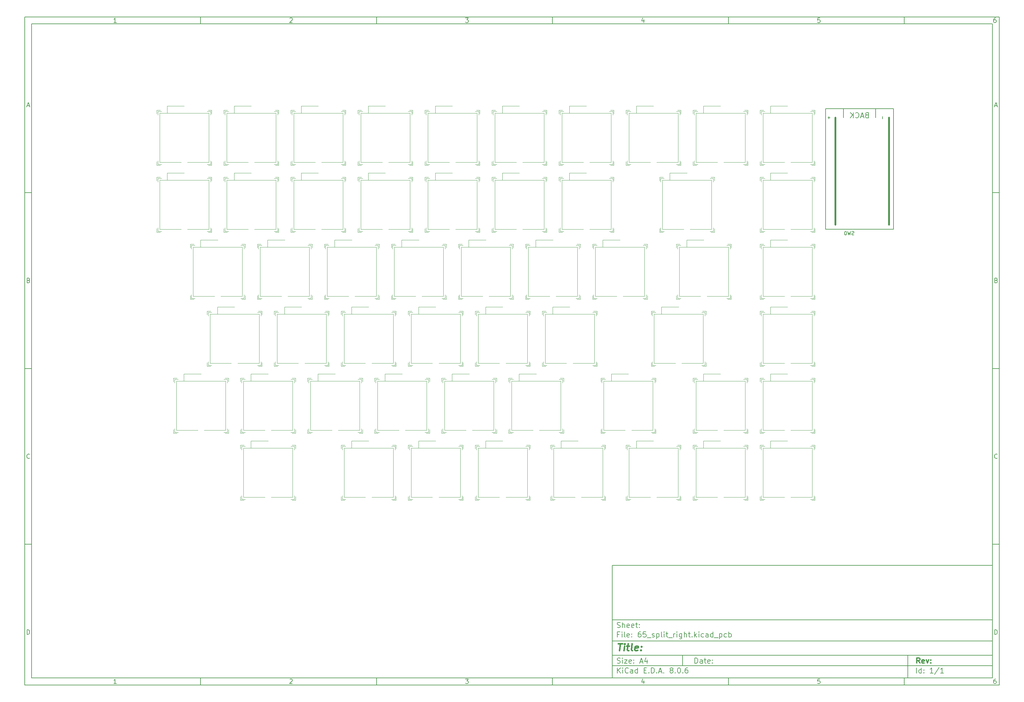
<source format=gbr>
%TF.GenerationSoftware,KiCad,Pcbnew,8.0.6*%
%TF.CreationDate,2025-05-11T12:41:04+09:00*%
%TF.ProjectId,65_split_right,36355f73-706c-4697-945f-72696768742e,rev?*%
%TF.SameCoordinates,PXf7b735cPY2136a30*%
%TF.FileFunction,Legend,Bot*%
%TF.FilePolarity,Positive*%
%FSLAX46Y46*%
G04 Gerber Fmt 4.6, Leading zero omitted, Abs format (unit mm)*
G04 Created by KiCad (PCBNEW 8.0.6) date 2025-05-11 12:41:04*
%MOMM*%
%LPD*%
G01*
G04 APERTURE LIST*
%ADD10C,0.100000*%
%ADD11C,0.150000*%
%ADD12C,0.300000*%
%ADD13C,0.400000*%
%ADD14C,0.200000*%
%ADD15C,0.120000*%
%ADD16C,0.500000*%
G04 APERTURE END LIST*
D10*
D11*
X-82746500Y-131180400D02*
X25253500Y-131180400D01*
X25253500Y-163180400D01*
X-82746500Y-163180400D01*
X-82746500Y-131180400D01*
D10*
D11*
X-249748700Y24826800D02*
X27253500Y24826800D01*
X27253500Y-165180400D01*
X-249748700Y-165180400D01*
X-249748700Y24826800D01*
D10*
D11*
X-247748700Y22826800D02*
X25253500Y22826800D01*
X25253500Y-163180400D01*
X-247748700Y-163180400D01*
X-247748700Y22826800D01*
D10*
D11*
X-199748700Y22826800D02*
X-199748700Y24826800D01*
D10*
D11*
X-149748700Y22826800D02*
X-149748700Y24826800D01*
D10*
D11*
X-99748700Y22826800D02*
X-99748700Y24826800D01*
D10*
D11*
X-49748700Y22826800D02*
X-49748700Y24826800D01*
D10*
D11*
X251300Y22826800D02*
X251300Y24826800D01*
D10*
D11*
X-223659540Y23233196D02*
X-224402397Y23233196D01*
X-224030969Y23233196D02*
X-224030969Y24533196D01*
X-224030969Y24533196D02*
X-224154778Y24347481D01*
X-224154778Y24347481D02*
X-224278588Y24223672D01*
X-224278588Y24223672D02*
X-224402397Y24161767D01*
D10*
D11*
X-174402397Y24409386D02*
X-174340493Y24471291D01*
X-174340493Y24471291D02*
X-174216683Y24533196D01*
X-174216683Y24533196D02*
X-173907159Y24533196D01*
X-173907159Y24533196D02*
X-173783350Y24471291D01*
X-173783350Y24471291D02*
X-173721445Y24409386D01*
X-173721445Y24409386D02*
X-173659540Y24285577D01*
X-173659540Y24285577D02*
X-173659540Y24161767D01*
X-173659540Y24161767D02*
X-173721445Y23976053D01*
X-173721445Y23976053D02*
X-174464302Y23233196D01*
X-174464302Y23233196D02*
X-173659540Y23233196D01*
D10*
D11*
X-124464302Y24533196D02*
X-123659540Y24533196D01*
X-123659540Y24533196D02*
X-124092874Y24037958D01*
X-124092874Y24037958D02*
X-123907159Y24037958D01*
X-123907159Y24037958D02*
X-123783350Y23976053D01*
X-123783350Y23976053D02*
X-123721445Y23914148D01*
X-123721445Y23914148D02*
X-123659540Y23790339D01*
X-123659540Y23790339D02*
X-123659540Y23480815D01*
X-123659540Y23480815D02*
X-123721445Y23357005D01*
X-123721445Y23357005D02*
X-123783350Y23295100D01*
X-123783350Y23295100D02*
X-123907159Y23233196D01*
X-123907159Y23233196D02*
X-124278588Y23233196D01*
X-124278588Y23233196D02*
X-124402397Y23295100D01*
X-124402397Y23295100D02*
X-124464302Y23357005D01*
D10*
D11*
X-73783350Y24099862D02*
X-73783350Y23233196D01*
X-74092874Y24595100D02*
X-74402397Y23666529D01*
X-74402397Y23666529D02*
X-73597636Y23666529D01*
D10*
D11*
X-23721445Y24533196D02*
X-24340493Y24533196D01*
X-24340493Y24533196D02*
X-24402397Y23914148D01*
X-24402397Y23914148D02*
X-24340493Y23976053D01*
X-24340493Y23976053D02*
X-24216683Y24037958D01*
X-24216683Y24037958D02*
X-23907159Y24037958D01*
X-23907159Y24037958D02*
X-23783350Y23976053D01*
X-23783350Y23976053D02*
X-23721445Y23914148D01*
X-23721445Y23914148D02*
X-23659540Y23790339D01*
X-23659540Y23790339D02*
X-23659540Y23480815D01*
X-23659540Y23480815D02*
X-23721445Y23357005D01*
X-23721445Y23357005D02*
X-23783350Y23295100D01*
X-23783350Y23295100D02*
X-23907159Y23233196D01*
X-23907159Y23233196D02*
X-24216683Y23233196D01*
X-24216683Y23233196D02*
X-24340493Y23295100D01*
X-24340493Y23295100D02*
X-24402397Y23357005D01*
D10*
D11*
X26216650Y24533196D02*
X25969031Y24533196D01*
X25969031Y24533196D02*
X25845222Y24471291D01*
X25845222Y24471291D02*
X25783317Y24409386D01*
X25783317Y24409386D02*
X25659507Y24223672D01*
X25659507Y24223672D02*
X25597603Y23976053D01*
X25597603Y23976053D02*
X25597603Y23480815D01*
X25597603Y23480815D02*
X25659507Y23357005D01*
X25659507Y23357005D02*
X25721412Y23295100D01*
X25721412Y23295100D02*
X25845222Y23233196D01*
X25845222Y23233196D02*
X26092841Y23233196D01*
X26092841Y23233196D02*
X26216650Y23295100D01*
X26216650Y23295100D02*
X26278555Y23357005D01*
X26278555Y23357005D02*
X26340460Y23480815D01*
X26340460Y23480815D02*
X26340460Y23790339D01*
X26340460Y23790339D02*
X26278555Y23914148D01*
X26278555Y23914148D02*
X26216650Y23976053D01*
X26216650Y23976053D02*
X26092841Y24037958D01*
X26092841Y24037958D02*
X25845222Y24037958D01*
X25845222Y24037958D02*
X25721412Y23976053D01*
X25721412Y23976053D02*
X25659507Y23914148D01*
X25659507Y23914148D02*
X25597603Y23790339D01*
D10*
D11*
X-199748700Y-163180400D02*
X-199748700Y-165180400D01*
D10*
D11*
X-149748700Y-163180400D02*
X-149748700Y-165180400D01*
D10*
D11*
X-99748700Y-163180400D02*
X-99748700Y-165180400D01*
D10*
D11*
X-49748700Y-163180400D02*
X-49748700Y-165180400D01*
D10*
D11*
X251300Y-163180400D02*
X251300Y-165180400D01*
D10*
D11*
X-223659540Y-164774004D02*
X-224402397Y-164774004D01*
X-224030969Y-164774004D02*
X-224030969Y-163474004D01*
X-224030969Y-163474004D02*
X-224154778Y-163659719D01*
X-224154778Y-163659719D02*
X-224278588Y-163783528D01*
X-224278588Y-163783528D02*
X-224402397Y-163845433D01*
D10*
D11*
X-174402397Y-163597814D02*
X-174340493Y-163535909D01*
X-174340493Y-163535909D02*
X-174216683Y-163474004D01*
X-174216683Y-163474004D02*
X-173907159Y-163474004D01*
X-173907159Y-163474004D02*
X-173783350Y-163535909D01*
X-173783350Y-163535909D02*
X-173721445Y-163597814D01*
X-173721445Y-163597814D02*
X-173659540Y-163721623D01*
X-173659540Y-163721623D02*
X-173659540Y-163845433D01*
X-173659540Y-163845433D02*
X-173721445Y-164031147D01*
X-173721445Y-164031147D02*
X-174464302Y-164774004D01*
X-174464302Y-164774004D02*
X-173659540Y-164774004D01*
D10*
D11*
X-124464302Y-163474004D02*
X-123659540Y-163474004D01*
X-123659540Y-163474004D02*
X-124092874Y-163969242D01*
X-124092874Y-163969242D02*
X-123907159Y-163969242D01*
X-123907159Y-163969242D02*
X-123783350Y-164031147D01*
X-123783350Y-164031147D02*
X-123721445Y-164093052D01*
X-123721445Y-164093052D02*
X-123659540Y-164216861D01*
X-123659540Y-164216861D02*
X-123659540Y-164526385D01*
X-123659540Y-164526385D02*
X-123721445Y-164650195D01*
X-123721445Y-164650195D02*
X-123783350Y-164712100D01*
X-123783350Y-164712100D02*
X-123907159Y-164774004D01*
X-123907159Y-164774004D02*
X-124278588Y-164774004D01*
X-124278588Y-164774004D02*
X-124402397Y-164712100D01*
X-124402397Y-164712100D02*
X-124464302Y-164650195D01*
D10*
D11*
X-73783350Y-163907338D02*
X-73783350Y-164774004D01*
X-74092874Y-163412100D02*
X-74402397Y-164340671D01*
X-74402397Y-164340671D02*
X-73597636Y-164340671D01*
D10*
D11*
X-23721445Y-163474004D02*
X-24340493Y-163474004D01*
X-24340493Y-163474004D02*
X-24402397Y-164093052D01*
X-24402397Y-164093052D02*
X-24340493Y-164031147D01*
X-24340493Y-164031147D02*
X-24216683Y-163969242D01*
X-24216683Y-163969242D02*
X-23907159Y-163969242D01*
X-23907159Y-163969242D02*
X-23783350Y-164031147D01*
X-23783350Y-164031147D02*
X-23721445Y-164093052D01*
X-23721445Y-164093052D02*
X-23659540Y-164216861D01*
X-23659540Y-164216861D02*
X-23659540Y-164526385D01*
X-23659540Y-164526385D02*
X-23721445Y-164650195D01*
X-23721445Y-164650195D02*
X-23783350Y-164712100D01*
X-23783350Y-164712100D02*
X-23907159Y-164774004D01*
X-23907159Y-164774004D02*
X-24216683Y-164774004D01*
X-24216683Y-164774004D02*
X-24340493Y-164712100D01*
X-24340493Y-164712100D02*
X-24402397Y-164650195D01*
D10*
D11*
X26216650Y-163474004D02*
X25969031Y-163474004D01*
X25969031Y-163474004D02*
X25845222Y-163535909D01*
X25845222Y-163535909D02*
X25783317Y-163597814D01*
X25783317Y-163597814D02*
X25659507Y-163783528D01*
X25659507Y-163783528D02*
X25597603Y-164031147D01*
X25597603Y-164031147D02*
X25597603Y-164526385D01*
X25597603Y-164526385D02*
X25659507Y-164650195D01*
X25659507Y-164650195D02*
X25721412Y-164712100D01*
X25721412Y-164712100D02*
X25845222Y-164774004D01*
X25845222Y-164774004D02*
X26092841Y-164774004D01*
X26092841Y-164774004D02*
X26216650Y-164712100D01*
X26216650Y-164712100D02*
X26278555Y-164650195D01*
X26278555Y-164650195D02*
X26340460Y-164526385D01*
X26340460Y-164526385D02*
X26340460Y-164216861D01*
X26340460Y-164216861D02*
X26278555Y-164093052D01*
X26278555Y-164093052D02*
X26216650Y-164031147D01*
X26216650Y-164031147D02*
X26092841Y-163969242D01*
X26092841Y-163969242D02*
X25845222Y-163969242D01*
X25845222Y-163969242D02*
X25721412Y-164031147D01*
X25721412Y-164031147D02*
X25659507Y-164093052D01*
X25659507Y-164093052D02*
X25597603Y-164216861D01*
D10*
D11*
X-249748700Y-25173200D02*
X-247748700Y-25173200D01*
D10*
D11*
X-249748700Y-75173200D02*
X-247748700Y-75173200D01*
D10*
D11*
X-249748700Y-125173200D02*
X-247748700Y-125173200D01*
D10*
D11*
X-249058224Y-395376D02*
X-248439177Y-395376D01*
X-249182034Y-766804D02*
X-248748701Y533196D01*
X-248748701Y533196D02*
X-248315367Y-766804D01*
D10*
D11*
X-248655843Y-50085852D02*
X-248470129Y-50147757D01*
X-248470129Y-50147757D02*
X-248408224Y-50209661D01*
X-248408224Y-50209661D02*
X-248346320Y-50333471D01*
X-248346320Y-50333471D02*
X-248346320Y-50519185D01*
X-248346320Y-50519185D02*
X-248408224Y-50642995D01*
X-248408224Y-50642995D02*
X-248470129Y-50704900D01*
X-248470129Y-50704900D02*
X-248593939Y-50766804D01*
X-248593939Y-50766804D02*
X-249089177Y-50766804D01*
X-249089177Y-50766804D02*
X-249089177Y-49466804D01*
X-249089177Y-49466804D02*
X-248655843Y-49466804D01*
X-248655843Y-49466804D02*
X-248532034Y-49528709D01*
X-248532034Y-49528709D02*
X-248470129Y-49590614D01*
X-248470129Y-49590614D02*
X-248408224Y-49714423D01*
X-248408224Y-49714423D02*
X-248408224Y-49838233D01*
X-248408224Y-49838233D02*
X-248470129Y-49962042D01*
X-248470129Y-49962042D02*
X-248532034Y-50023947D01*
X-248532034Y-50023947D02*
X-248655843Y-50085852D01*
X-248655843Y-50085852D02*
X-249089177Y-50085852D01*
D10*
D11*
X-248346320Y-100642995D02*
X-248408224Y-100704900D01*
X-248408224Y-100704900D02*
X-248593939Y-100766804D01*
X-248593939Y-100766804D02*
X-248717748Y-100766804D01*
X-248717748Y-100766804D02*
X-248903462Y-100704900D01*
X-248903462Y-100704900D02*
X-249027272Y-100581090D01*
X-249027272Y-100581090D02*
X-249089177Y-100457280D01*
X-249089177Y-100457280D02*
X-249151081Y-100209661D01*
X-249151081Y-100209661D02*
X-249151081Y-100023947D01*
X-249151081Y-100023947D02*
X-249089177Y-99776328D01*
X-249089177Y-99776328D02*
X-249027272Y-99652519D01*
X-249027272Y-99652519D02*
X-248903462Y-99528709D01*
X-248903462Y-99528709D02*
X-248717748Y-99466804D01*
X-248717748Y-99466804D02*
X-248593939Y-99466804D01*
X-248593939Y-99466804D02*
X-248408224Y-99528709D01*
X-248408224Y-99528709D02*
X-248346320Y-99590614D01*
D10*
D11*
X-249089177Y-150766804D02*
X-249089177Y-149466804D01*
X-249089177Y-149466804D02*
X-248779653Y-149466804D01*
X-248779653Y-149466804D02*
X-248593939Y-149528709D01*
X-248593939Y-149528709D02*
X-248470129Y-149652519D01*
X-248470129Y-149652519D02*
X-248408224Y-149776328D01*
X-248408224Y-149776328D02*
X-248346320Y-150023947D01*
X-248346320Y-150023947D02*
X-248346320Y-150209661D01*
X-248346320Y-150209661D02*
X-248408224Y-150457280D01*
X-248408224Y-150457280D02*
X-248470129Y-150581090D01*
X-248470129Y-150581090D02*
X-248593939Y-150704900D01*
X-248593939Y-150704900D02*
X-248779653Y-150766804D01*
X-248779653Y-150766804D02*
X-249089177Y-150766804D01*
D10*
D11*
X27253500Y-25173200D02*
X25253500Y-25173200D01*
D10*
D11*
X27253500Y-75173200D02*
X25253500Y-75173200D01*
D10*
D11*
X27253500Y-125173200D02*
X25253500Y-125173200D01*
D10*
D11*
X25943976Y-395376D02*
X26563023Y-395376D01*
X25820166Y-766804D02*
X26253499Y533196D01*
X26253499Y533196D02*
X26686833Y-766804D01*
D10*
D11*
X26346357Y-50085852D02*
X26532071Y-50147757D01*
X26532071Y-50147757D02*
X26593976Y-50209661D01*
X26593976Y-50209661D02*
X26655880Y-50333471D01*
X26655880Y-50333471D02*
X26655880Y-50519185D01*
X26655880Y-50519185D02*
X26593976Y-50642995D01*
X26593976Y-50642995D02*
X26532071Y-50704900D01*
X26532071Y-50704900D02*
X26408261Y-50766804D01*
X26408261Y-50766804D02*
X25913023Y-50766804D01*
X25913023Y-50766804D02*
X25913023Y-49466804D01*
X25913023Y-49466804D02*
X26346357Y-49466804D01*
X26346357Y-49466804D02*
X26470166Y-49528709D01*
X26470166Y-49528709D02*
X26532071Y-49590614D01*
X26532071Y-49590614D02*
X26593976Y-49714423D01*
X26593976Y-49714423D02*
X26593976Y-49838233D01*
X26593976Y-49838233D02*
X26532071Y-49962042D01*
X26532071Y-49962042D02*
X26470166Y-50023947D01*
X26470166Y-50023947D02*
X26346357Y-50085852D01*
X26346357Y-50085852D02*
X25913023Y-50085852D01*
D10*
D11*
X26655880Y-100642995D02*
X26593976Y-100704900D01*
X26593976Y-100704900D02*
X26408261Y-100766804D01*
X26408261Y-100766804D02*
X26284452Y-100766804D01*
X26284452Y-100766804D02*
X26098738Y-100704900D01*
X26098738Y-100704900D02*
X25974928Y-100581090D01*
X25974928Y-100581090D02*
X25913023Y-100457280D01*
X25913023Y-100457280D02*
X25851119Y-100209661D01*
X25851119Y-100209661D02*
X25851119Y-100023947D01*
X25851119Y-100023947D02*
X25913023Y-99776328D01*
X25913023Y-99776328D02*
X25974928Y-99652519D01*
X25974928Y-99652519D02*
X26098738Y-99528709D01*
X26098738Y-99528709D02*
X26284452Y-99466804D01*
X26284452Y-99466804D02*
X26408261Y-99466804D01*
X26408261Y-99466804D02*
X26593976Y-99528709D01*
X26593976Y-99528709D02*
X26655880Y-99590614D01*
D10*
D11*
X25913023Y-150766804D02*
X25913023Y-149466804D01*
X25913023Y-149466804D02*
X26222547Y-149466804D01*
X26222547Y-149466804D02*
X26408261Y-149528709D01*
X26408261Y-149528709D02*
X26532071Y-149652519D01*
X26532071Y-149652519D02*
X26593976Y-149776328D01*
X26593976Y-149776328D02*
X26655880Y-150023947D01*
X26655880Y-150023947D02*
X26655880Y-150209661D01*
X26655880Y-150209661D02*
X26593976Y-150457280D01*
X26593976Y-150457280D02*
X26532071Y-150581090D01*
X26532071Y-150581090D02*
X26408261Y-150704900D01*
X26408261Y-150704900D02*
X26222547Y-150766804D01*
X26222547Y-150766804D02*
X25913023Y-150766804D01*
D10*
D11*
X-59290674Y-158966528D02*
X-59290674Y-157466528D01*
X-59290674Y-157466528D02*
X-58933531Y-157466528D01*
X-58933531Y-157466528D02*
X-58719245Y-157537957D01*
X-58719245Y-157537957D02*
X-58576388Y-157680814D01*
X-58576388Y-157680814D02*
X-58504959Y-157823671D01*
X-58504959Y-157823671D02*
X-58433531Y-158109385D01*
X-58433531Y-158109385D02*
X-58433531Y-158323671D01*
X-58433531Y-158323671D02*
X-58504959Y-158609385D01*
X-58504959Y-158609385D02*
X-58576388Y-158752242D01*
X-58576388Y-158752242D02*
X-58719245Y-158895100D01*
X-58719245Y-158895100D02*
X-58933531Y-158966528D01*
X-58933531Y-158966528D02*
X-59290674Y-158966528D01*
X-57147816Y-158966528D02*
X-57147816Y-158180814D01*
X-57147816Y-158180814D02*
X-57219245Y-158037957D01*
X-57219245Y-158037957D02*
X-57362102Y-157966528D01*
X-57362102Y-157966528D02*
X-57647816Y-157966528D01*
X-57647816Y-157966528D02*
X-57790674Y-158037957D01*
X-57147816Y-158895100D02*
X-57290674Y-158966528D01*
X-57290674Y-158966528D02*
X-57647816Y-158966528D01*
X-57647816Y-158966528D02*
X-57790674Y-158895100D01*
X-57790674Y-158895100D02*
X-57862102Y-158752242D01*
X-57862102Y-158752242D02*
X-57862102Y-158609385D01*
X-57862102Y-158609385D02*
X-57790674Y-158466528D01*
X-57790674Y-158466528D02*
X-57647816Y-158395100D01*
X-57647816Y-158395100D02*
X-57290674Y-158395100D01*
X-57290674Y-158395100D02*
X-57147816Y-158323671D01*
X-56647816Y-157966528D02*
X-56076388Y-157966528D01*
X-56433531Y-157466528D02*
X-56433531Y-158752242D01*
X-56433531Y-158752242D02*
X-56362102Y-158895100D01*
X-56362102Y-158895100D02*
X-56219245Y-158966528D01*
X-56219245Y-158966528D02*
X-56076388Y-158966528D01*
X-55004959Y-158895100D02*
X-55147816Y-158966528D01*
X-55147816Y-158966528D02*
X-55433530Y-158966528D01*
X-55433530Y-158966528D02*
X-55576388Y-158895100D01*
X-55576388Y-158895100D02*
X-55647816Y-158752242D01*
X-55647816Y-158752242D02*
X-55647816Y-158180814D01*
X-55647816Y-158180814D02*
X-55576388Y-158037957D01*
X-55576388Y-158037957D02*
X-55433530Y-157966528D01*
X-55433530Y-157966528D02*
X-55147816Y-157966528D01*
X-55147816Y-157966528D02*
X-55004959Y-158037957D01*
X-55004959Y-158037957D02*
X-54933530Y-158180814D01*
X-54933530Y-158180814D02*
X-54933530Y-158323671D01*
X-54933530Y-158323671D02*
X-55647816Y-158466528D01*
X-54290674Y-158823671D02*
X-54219245Y-158895100D01*
X-54219245Y-158895100D02*
X-54290674Y-158966528D01*
X-54290674Y-158966528D02*
X-54362102Y-158895100D01*
X-54362102Y-158895100D02*
X-54290674Y-158823671D01*
X-54290674Y-158823671D02*
X-54290674Y-158966528D01*
X-54290674Y-158037957D02*
X-54219245Y-158109385D01*
X-54219245Y-158109385D02*
X-54290674Y-158180814D01*
X-54290674Y-158180814D02*
X-54362102Y-158109385D01*
X-54362102Y-158109385D02*
X-54290674Y-158037957D01*
X-54290674Y-158037957D02*
X-54290674Y-158180814D01*
D10*
D11*
X-82746500Y-159680400D02*
X25253500Y-159680400D01*
D10*
D11*
X-81290674Y-161766528D02*
X-81290674Y-160266528D01*
X-80433531Y-161766528D02*
X-81076388Y-160909385D01*
X-80433531Y-160266528D02*
X-81290674Y-161123671D01*
X-79790674Y-161766528D02*
X-79790674Y-160766528D01*
X-79790674Y-160266528D02*
X-79862102Y-160337957D01*
X-79862102Y-160337957D02*
X-79790674Y-160409385D01*
X-79790674Y-160409385D02*
X-79719245Y-160337957D01*
X-79719245Y-160337957D02*
X-79790674Y-160266528D01*
X-79790674Y-160266528D02*
X-79790674Y-160409385D01*
X-78219245Y-161623671D02*
X-78290673Y-161695100D01*
X-78290673Y-161695100D02*
X-78504959Y-161766528D01*
X-78504959Y-161766528D02*
X-78647816Y-161766528D01*
X-78647816Y-161766528D02*
X-78862102Y-161695100D01*
X-78862102Y-161695100D02*
X-79004959Y-161552242D01*
X-79004959Y-161552242D02*
X-79076388Y-161409385D01*
X-79076388Y-161409385D02*
X-79147816Y-161123671D01*
X-79147816Y-161123671D02*
X-79147816Y-160909385D01*
X-79147816Y-160909385D02*
X-79076388Y-160623671D01*
X-79076388Y-160623671D02*
X-79004959Y-160480814D01*
X-79004959Y-160480814D02*
X-78862102Y-160337957D01*
X-78862102Y-160337957D02*
X-78647816Y-160266528D01*
X-78647816Y-160266528D02*
X-78504959Y-160266528D01*
X-78504959Y-160266528D02*
X-78290673Y-160337957D01*
X-78290673Y-160337957D02*
X-78219245Y-160409385D01*
X-76933530Y-161766528D02*
X-76933530Y-160980814D01*
X-76933530Y-160980814D02*
X-77004959Y-160837957D01*
X-77004959Y-160837957D02*
X-77147816Y-160766528D01*
X-77147816Y-160766528D02*
X-77433530Y-160766528D01*
X-77433530Y-160766528D02*
X-77576388Y-160837957D01*
X-76933530Y-161695100D02*
X-77076388Y-161766528D01*
X-77076388Y-161766528D02*
X-77433530Y-161766528D01*
X-77433530Y-161766528D02*
X-77576388Y-161695100D01*
X-77576388Y-161695100D02*
X-77647816Y-161552242D01*
X-77647816Y-161552242D02*
X-77647816Y-161409385D01*
X-77647816Y-161409385D02*
X-77576388Y-161266528D01*
X-77576388Y-161266528D02*
X-77433530Y-161195100D01*
X-77433530Y-161195100D02*
X-77076388Y-161195100D01*
X-77076388Y-161195100D02*
X-76933530Y-161123671D01*
X-75576387Y-161766528D02*
X-75576387Y-160266528D01*
X-75576387Y-161695100D02*
X-75719245Y-161766528D01*
X-75719245Y-161766528D02*
X-76004959Y-161766528D01*
X-76004959Y-161766528D02*
X-76147816Y-161695100D01*
X-76147816Y-161695100D02*
X-76219245Y-161623671D01*
X-76219245Y-161623671D02*
X-76290673Y-161480814D01*
X-76290673Y-161480814D02*
X-76290673Y-161052242D01*
X-76290673Y-161052242D02*
X-76219245Y-160909385D01*
X-76219245Y-160909385D02*
X-76147816Y-160837957D01*
X-76147816Y-160837957D02*
X-76004959Y-160766528D01*
X-76004959Y-160766528D02*
X-75719245Y-160766528D01*
X-75719245Y-160766528D02*
X-75576387Y-160837957D01*
X-73719245Y-160980814D02*
X-73219245Y-160980814D01*
X-73004959Y-161766528D02*
X-73719245Y-161766528D01*
X-73719245Y-161766528D02*
X-73719245Y-160266528D01*
X-73719245Y-160266528D02*
X-73004959Y-160266528D01*
X-72362102Y-161623671D02*
X-72290673Y-161695100D01*
X-72290673Y-161695100D02*
X-72362102Y-161766528D01*
X-72362102Y-161766528D02*
X-72433530Y-161695100D01*
X-72433530Y-161695100D02*
X-72362102Y-161623671D01*
X-72362102Y-161623671D02*
X-72362102Y-161766528D01*
X-71647816Y-161766528D02*
X-71647816Y-160266528D01*
X-71647816Y-160266528D02*
X-71290673Y-160266528D01*
X-71290673Y-160266528D02*
X-71076387Y-160337957D01*
X-71076387Y-160337957D02*
X-70933530Y-160480814D01*
X-70933530Y-160480814D02*
X-70862101Y-160623671D01*
X-70862101Y-160623671D02*
X-70790673Y-160909385D01*
X-70790673Y-160909385D02*
X-70790673Y-161123671D01*
X-70790673Y-161123671D02*
X-70862101Y-161409385D01*
X-70862101Y-161409385D02*
X-70933530Y-161552242D01*
X-70933530Y-161552242D02*
X-71076387Y-161695100D01*
X-71076387Y-161695100D02*
X-71290673Y-161766528D01*
X-71290673Y-161766528D02*
X-71647816Y-161766528D01*
X-70147816Y-161623671D02*
X-70076387Y-161695100D01*
X-70076387Y-161695100D02*
X-70147816Y-161766528D01*
X-70147816Y-161766528D02*
X-70219244Y-161695100D01*
X-70219244Y-161695100D02*
X-70147816Y-161623671D01*
X-70147816Y-161623671D02*
X-70147816Y-161766528D01*
X-69504958Y-161337957D02*
X-68790672Y-161337957D01*
X-69647815Y-161766528D02*
X-69147815Y-160266528D01*
X-69147815Y-160266528D02*
X-68647815Y-161766528D01*
X-68147816Y-161623671D02*
X-68076387Y-161695100D01*
X-68076387Y-161695100D02*
X-68147816Y-161766528D01*
X-68147816Y-161766528D02*
X-68219244Y-161695100D01*
X-68219244Y-161695100D02*
X-68147816Y-161623671D01*
X-68147816Y-161623671D02*
X-68147816Y-161766528D01*
X-66076387Y-160909385D02*
X-66219244Y-160837957D01*
X-66219244Y-160837957D02*
X-66290673Y-160766528D01*
X-66290673Y-160766528D02*
X-66362101Y-160623671D01*
X-66362101Y-160623671D02*
X-66362101Y-160552242D01*
X-66362101Y-160552242D02*
X-66290673Y-160409385D01*
X-66290673Y-160409385D02*
X-66219244Y-160337957D01*
X-66219244Y-160337957D02*
X-66076387Y-160266528D01*
X-66076387Y-160266528D02*
X-65790673Y-160266528D01*
X-65790673Y-160266528D02*
X-65647815Y-160337957D01*
X-65647815Y-160337957D02*
X-65576387Y-160409385D01*
X-65576387Y-160409385D02*
X-65504958Y-160552242D01*
X-65504958Y-160552242D02*
X-65504958Y-160623671D01*
X-65504958Y-160623671D02*
X-65576387Y-160766528D01*
X-65576387Y-160766528D02*
X-65647815Y-160837957D01*
X-65647815Y-160837957D02*
X-65790673Y-160909385D01*
X-65790673Y-160909385D02*
X-66076387Y-160909385D01*
X-66076387Y-160909385D02*
X-66219244Y-160980814D01*
X-66219244Y-160980814D02*
X-66290673Y-161052242D01*
X-66290673Y-161052242D02*
X-66362101Y-161195100D01*
X-66362101Y-161195100D02*
X-66362101Y-161480814D01*
X-66362101Y-161480814D02*
X-66290673Y-161623671D01*
X-66290673Y-161623671D02*
X-66219244Y-161695100D01*
X-66219244Y-161695100D02*
X-66076387Y-161766528D01*
X-66076387Y-161766528D02*
X-65790673Y-161766528D01*
X-65790673Y-161766528D02*
X-65647815Y-161695100D01*
X-65647815Y-161695100D02*
X-65576387Y-161623671D01*
X-65576387Y-161623671D02*
X-65504958Y-161480814D01*
X-65504958Y-161480814D02*
X-65504958Y-161195100D01*
X-65504958Y-161195100D02*
X-65576387Y-161052242D01*
X-65576387Y-161052242D02*
X-65647815Y-160980814D01*
X-65647815Y-160980814D02*
X-65790673Y-160909385D01*
X-64862102Y-161623671D02*
X-64790673Y-161695100D01*
X-64790673Y-161695100D02*
X-64862102Y-161766528D01*
X-64862102Y-161766528D02*
X-64933530Y-161695100D01*
X-64933530Y-161695100D02*
X-64862102Y-161623671D01*
X-64862102Y-161623671D02*
X-64862102Y-161766528D01*
X-63862101Y-160266528D02*
X-63719244Y-160266528D01*
X-63719244Y-160266528D02*
X-63576387Y-160337957D01*
X-63576387Y-160337957D02*
X-63504958Y-160409385D01*
X-63504958Y-160409385D02*
X-63433530Y-160552242D01*
X-63433530Y-160552242D02*
X-63362101Y-160837957D01*
X-63362101Y-160837957D02*
X-63362101Y-161195100D01*
X-63362101Y-161195100D02*
X-63433530Y-161480814D01*
X-63433530Y-161480814D02*
X-63504958Y-161623671D01*
X-63504958Y-161623671D02*
X-63576387Y-161695100D01*
X-63576387Y-161695100D02*
X-63719244Y-161766528D01*
X-63719244Y-161766528D02*
X-63862101Y-161766528D01*
X-63862101Y-161766528D02*
X-64004958Y-161695100D01*
X-64004958Y-161695100D02*
X-64076387Y-161623671D01*
X-64076387Y-161623671D02*
X-64147816Y-161480814D01*
X-64147816Y-161480814D02*
X-64219244Y-161195100D01*
X-64219244Y-161195100D02*
X-64219244Y-160837957D01*
X-64219244Y-160837957D02*
X-64147816Y-160552242D01*
X-64147816Y-160552242D02*
X-64076387Y-160409385D01*
X-64076387Y-160409385D02*
X-64004958Y-160337957D01*
X-64004958Y-160337957D02*
X-63862101Y-160266528D01*
X-62719245Y-161623671D02*
X-62647816Y-161695100D01*
X-62647816Y-161695100D02*
X-62719245Y-161766528D01*
X-62719245Y-161766528D02*
X-62790673Y-161695100D01*
X-62790673Y-161695100D02*
X-62719245Y-161623671D01*
X-62719245Y-161623671D02*
X-62719245Y-161766528D01*
X-61362101Y-160266528D02*
X-61647816Y-160266528D01*
X-61647816Y-160266528D02*
X-61790673Y-160337957D01*
X-61790673Y-160337957D02*
X-61862101Y-160409385D01*
X-61862101Y-160409385D02*
X-62004959Y-160623671D01*
X-62004959Y-160623671D02*
X-62076387Y-160909385D01*
X-62076387Y-160909385D02*
X-62076387Y-161480814D01*
X-62076387Y-161480814D02*
X-62004959Y-161623671D01*
X-62004959Y-161623671D02*
X-61933530Y-161695100D01*
X-61933530Y-161695100D02*
X-61790673Y-161766528D01*
X-61790673Y-161766528D02*
X-61504959Y-161766528D01*
X-61504959Y-161766528D02*
X-61362101Y-161695100D01*
X-61362101Y-161695100D02*
X-61290673Y-161623671D01*
X-61290673Y-161623671D02*
X-61219244Y-161480814D01*
X-61219244Y-161480814D02*
X-61219244Y-161123671D01*
X-61219244Y-161123671D02*
X-61290673Y-160980814D01*
X-61290673Y-160980814D02*
X-61362101Y-160909385D01*
X-61362101Y-160909385D02*
X-61504959Y-160837957D01*
X-61504959Y-160837957D02*
X-61790673Y-160837957D01*
X-61790673Y-160837957D02*
X-61933530Y-160909385D01*
X-61933530Y-160909385D02*
X-62004959Y-160980814D01*
X-62004959Y-160980814D02*
X-62076387Y-161123671D01*
D10*
D11*
X-82746500Y-156680400D02*
X25253500Y-156680400D01*
D10*
D12*
X4665153Y-158958728D02*
X4165153Y-158244442D01*
X3808010Y-158958728D02*
X3808010Y-157458728D01*
X3808010Y-157458728D02*
X4379439Y-157458728D01*
X4379439Y-157458728D02*
X4522296Y-157530157D01*
X4522296Y-157530157D02*
X4593725Y-157601585D01*
X4593725Y-157601585D02*
X4665153Y-157744442D01*
X4665153Y-157744442D02*
X4665153Y-157958728D01*
X4665153Y-157958728D02*
X4593725Y-158101585D01*
X4593725Y-158101585D02*
X4522296Y-158173014D01*
X4522296Y-158173014D02*
X4379439Y-158244442D01*
X4379439Y-158244442D02*
X3808010Y-158244442D01*
X5879439Y-158887300D02*
X5736582Y-158958728D01*
X5736582Y-158958728D02*
X5450868Y-158958728D01*
X5450868Y-158958728D02*
X5308010Y-158887300D01*
X5308010Y-158887300D02*
X5236582Y-158744442D01*
X5236582Y-158744442D02*
X5236582Y-158173014D01*
X5236582Y-158173014D02*
X5308010Y-158030157D01*
X5308010Y-158030157D02*
X5450868Y-157958728D01*
X5450868Y-157958728D02*
X5736582Y-157958728D01*
X5736582Y-157958728D02*
X5879439Y-158030157D01*
X5879439Y-158030157D02*
X5950868Y-158173014D01*
X5950868Y-158173014D02*
X5950868Y-158315871D01*
X5950868Y-158315871D02*
X5236582Y-158458728D01*
X6450867Y-157958728D02*
X6808010Y-158958728D01*
X6808010Y-158958728D02*
X7165153Y-157958728D01*
X7736581Y-158815871D02*
X7808010Y-158887300D01*
X7808010Y-158887300D02*
X7736581Y-158958728D01*
X7736581Y-158958728D02*
X7665153Y-158887300D01*
X7665153Y-158887300D02*
X7736581Y-158815871D01*
X7736581Y-158815871D02*
X7736581Y-158958728D01*
X7736581Y-158030157D02*
X7808010Y-158101585D01*
X7808010Y-158101585D02*
X7736581Y-158173014D01*
X7736581Y-158173014D02*
X7665153Y-158101585D01*
X7665153Y-158101585D02*
X7736581Y-158030157D01*
X7736581Y-158030157D02*
X7736581Y-158173014D01*
D10*
D11*
X-81362102Y-158895100D02*
X-81147816Y-158966528D01*
X-81147816Y-158966528D02*
X-80790674Y-158966528D01*
X-80790674Y-158966528D02*
X-80647816Y-158895100D01*
X-80647816Y-158895100D02*
X-80576388Y-158823671D01*
X-80576388Y-158823671D02*
X-80504959Y-158680814D01*
X-80504959Y-158680814D02*
X-80504959Y-158537957D01*
X-80504959Y-158537957D02*
X-80576388Y-158395100D01*
X-80576388Y-158395100D02*
X-80647816Y-158323671D01*
X-80647816Y-158323671D02*
X-80790674Y-158252242D01*
X-80790674Y-158252242D02*
X-81076388Y-158180814D01*
X-81076388Y-158180814D02*
X-81219245Y-158109385D01*
X-81219245Y-158109385D02*
X-81290674Y-158037957D01*
X-81290674Y-158037957D02*
X-81362102Y-157895100D01*
X-81362102Y-157895100D02*
X-81362102Y-157752242D01*
X-81362102Y-157752242D02*
X-81290674Y-157609385D01*
X-81290674Y-157609385D02*
X-81219245Y-157537957D01*
X-81219245Y-157537957D02*
X-81076388Y-157466528D01*
X-81076388Y-157466528D02*
X-80719245Y-157466528D01*
X-80719245Y-157466528D02*
X-80504959Y-157537957D01*
X-79862103Y-158966528D02*
X-79862103Y-157966528D01*
X-79862103Y-157466528D02*
X-79933531Y-157537957D01*
X-79933531Y-157537957D02*
X-79862103Y-157609385D01*
X-79862103Y-157609385D02*
X-79790674Y-157537957D01*
X-79790674Y-157537957D02*
X-79862103Y-157466528D01*
X-79862103Y-157466528D02*
X-79862103Y-157609385D01*
X-79290674Y-157966528D02*
X-78504959Y-157966528D01*
X-78504959Y-157966528D02*
X-79290674Y-158966528D01*
X-79290674Y-158966528D02*
X-78504959Y-158966528D01*
X-77362102Y-158895100D02*
X-77504959Y-158966528D01*
X-77504959Y-158966528D02*
X-77790673Y-158966528D01*
X-77790673Y-158966528D02*
X-77933531Y-158895100D01*
X-77933531Y-158895100D02*
X-78004959Y-158752242D01*
X-78004959Y-158752242D02*
X-78004959Y-158180814D01*
X-78004959Y-158180814D02*
X-77933531Y-158037957D01*
X-77933531Y-158037957D02*
X-77790673Y-157966528D01*
X-77790673Y-157966528D02*
X-77504959Y-157966528D01*
X-77504959Y-157966528D02*
X-77362102Y-158037957D01*
X-77362102Y-158037957D02*
X-77290673Y-158180814D01*
X-77290673Y-158180814D02*
X-77290673Y-158323671D01*
X-77290673Y-158323671D02*
X-78004959Y-158466528D01*
X-76647817Y-158823671D02*
X-76576388Y-158895100D01*
X-76576388Y-158895100D02*
X-76647817Y-158966528D01*
X-76647817Y-158966528D02*
X-76719245Y-158895100D01*
X-76719245Y-158895100D02*
X-76647817Y-158823671D01*
X-76647817Y-158823671D02*
X-76647817Y-158966528D01*
X-76647817Y-158037957D02*
X-76576388Y-158109385D01*
X-76576388Y-158109385D02*
X-76647817Y-158180814D01*
X-76647817Y-158180814D02*
X-76719245Y-158109385D01*
X-76719245Y-158109385D02*
X-76647817Y-158037957D01*
X-76647817Y-158037957D02*
X-76647817Y-158180814D01*
X-74862102Y-158537957D02*
X-74147816Y-158537957D01*
X-75004959Y-158966528D02*
X-74504959Y-157466528D01*
X-74504959Y-157466528D02*
X-74004959Y-158966528D01*
X-72862102Y-157966528D02*
X-72862102Y-158966528D01*
X-73219245Y-157395100D02*
X-73576388Y-158466528D01*
X-73576388Y-158466528D02*
X-72647817Y-158466528D01*
D10*
D11*
X3709326Y-161766528D02*
X3709326Y-160266528D01*
X5066470Y-161766528D02*
X5066470Y-160266528D01*
X5066470Y-161695100D02*
X4923612Y-161766528D01*
X4923612Y-161766528D02*
X4637898Y-161766528D01*
X4637898Y-161766528D02*
X4495041Y-161695100D01*
X4495041Y-161695100D02*
X4423612Y-161623671D01*
X4423612Y-161623671D02*
X4352184Y-161480814D01*
X4352184Y-161480814D02*
X4352184Y-161052242D01*
X4352184Y-161052242D02*
X4423612Y-160909385D01*
X4423612Y-160909385D02*
X4495041Y-160837957D01*
X4495041Y-160837957D02*
X4637898Y-160766528D01*
X4637898Y-160766528D02*
X4923612Y-160766528D01*
X4923612Y-160766528D02*
X5066470Y-160837957D01*
X5780755Y-161623671D02*
X5852184Y-161695100D01*
X5852184Y-161695100D02*
X5780755Y-161766528D01*
X5780755Y-161766528D02*
X5709327Y-161695100D01*
X5709327Y-161695100D02*
X5780755Y-161623671D01*
X5780755Y-161623671D02*
X5780755Y-161766528D01*
X5780755Y-160837957D02*
X5852184Y-160909385D01*
X5852184Y-160909385D02*
X5780755Y-160980814D01*
X5780755Y-160980814D02*
X5709327Y-160909385D01*
X5709327Y-160909385D02*
X5780755Y-160837957D01*
X5780755Y-160837957D02*
X5780755Y-160980814D01*
X8423613Y-161766528D02*
X7566470Y-161766528D01*
X7995041Y-161766528D02*
X7995041Y-160266528D01*
X7995041Y-160266528D02*
X7852184Y-160480814D01*
X7852184Y-160480814D02*
X7709327Y-160623671D01*
X7709327Y-160623671D02*
X7566470Y-160695100D01*
X10137898Y-160195100D02*
X8852184Y-162123671D01*
X11423613Y-161766528D02*
X10566470Y-161766528D01*
X10995041Y-161766528D02*
X10995041Y-160266528D01*
X10995041Y-160266528D02*
X10852184Y-160480814D01*
X10852184Y-160480814D02*
X10709327Y-160623671D01*
X10709327Y-160623671D02*
X10566470Y-160695100D01*
D10*
D11*
X-82746500Y-152680400D02*
X25253500Y-152680400D01*
D10*
D13*
X-81054772Y-153384838D02*
X-79911915Y-153384838D01*
X-80733343Y-155384838D02*
X-80483343Y-153384838D01*
X-79495248Y-155384838D02*
X-79328581Y-154051504D01*
X-79245248Y-153384838D02*
X-79352391Y-153480076D01*
X-79352391Y-153480076D02*
X-79269057Y-153575314D01*
X-79269057Y-153575314D02*
X-79161914Y-153480076D01*
X-79161914Y-153480076D02*
X-79245248Y-153384838D01*
X-79245248Y-153384838D02*
X-79269057Y-153575314D01*
X-78661914Y-154051504D02*
X-77900010Y-154051504D01*
X-78292867Y-153384838D02*
X-78507152Y-155099123D01*
X-78507152Y-155099123D02*
X-78435724Y-155289600D01*
X-78435724Y-155289600D02*
X-78257152Y-155384838D01*
X-78257152Y-155384838D02*
X-78066676Y-155384838D01*
X-77114295Y-155384838D02*
X-77292867Y-155289600D01*
X-77292867Y-155289600D02*
X-77364295Y-155099123D01*
X-77364295Y-155099123D02*
X-77150010Y-153384838D01*
X-75578581Y-155289600D02*
X-75780962Y-155384838D01*
X-75780962Y-155384838D02*
X-76161915Y-155384838D01*
X-76161915Y-155384838D02*
X-76340486Y-155289600D01*
X-76340486Y-155289600D02*
X-76411915Y-155099123D01*
X-76411915Y-155099123D02*
X-76316676Y-154337219D01*
X-76316676Y-154337219D02*
X-76197629Y-154146742D01*
X-76197629Y-154146742D02*
X-75995248Y-154051504D01*
X-75995248Y-154051504D02*
X-75614296Y-154051504D01*
X-75614296Y-154051504D02*
X-75435724Y-154146742D01*
X-75435724Y-154146742D02*
X-75364296Y-154337219D01*
X-75364296Y-154337219D02*
X-75388105Y-154527695D01*
X-75388105Y-154527695D02*
X-76364296Y-154718171D01*
X-74614295Y-155194361D02*
X-74530962Y-155289600D01*
X-74530962Y-155289600D02*
X-74638105Y-155384838D01*
X-74638105Y-155384838D02*
X-74721438Y-155289600D01*
X-74721438Y-155289600D02*
X-74614295Y-155194361D01*
X-74614295Y-155194361D02*
X-74638105Y-155384838D01*
X-74483343Y-154146742D02*
X-74400010Y-154241980D01*
X-74400010Y-154241980D02*
X-74507152Y-154337219D01*
X-74507152Y-154337219D02*
X-74590486Y-154241980D01*
X-74590486Y-154241980D02*
X-74483343Y-154146742D01*
X-74483343Y-154146742D02*
X-74507152Y-154337219D01*
D10*
D11*
X-80790674Y-150780814D02*
X-81290674Y-150780814D01*
X-81290674Y-151566528D02*
X-81290674Y-150066528D01*
X-81290674Y-150066528D02*
X-80576388Y-150066528D01*
X-80004960Y-151566528D02*
X-80004960Y-150566528D01*
X-80004960Y-150066528D02*
X-80076388Y-150137957D01*
X-80076388Y-150137957D02*
X-80004960Y-150209385D01*
X-80004960Y-150209385D02*
X-79933531Y-150137957D01*
X-79933531Y-150137957D02*
X-80004960Y-150066528D01*
X-80004960Y-150066528D02*
X-80004960Y-150209385D01*
X-79076388Y-151566528D02*
X-79219245Y-151495100D01*
X-79219245Y-151495100D02*
X-79290674Y-151352242D01*
X-79290674Y-151352242D02*
X-79290674Y-150066528D01*
X-77933531Y-151495100D02*
X-78076388Y-151566528D01*
X-78076388Y-151566528D02*
X-78362102Y-151566528D01*
X-78362102Y-151566528D02*
X-78504960Y-151495100D01*
X-78504960Y-151495100D02*
X-78576388Y-151352242D01*
X-78576388Y-151352242D02*
X-78576388Y-150780814D01*
X-78576388Y-150780814D02*
X-78504960Y-150637957D01*
X-78504960Y-150637957D02*
X-78362102Y-150566528D01*
X-78362102Y-150566528D02*
X-78076388Y-150566528D01*
X-78076388Y-150566528D02*
X-77933531Y-150637957D01*
X-77933531Y-150637957D02*
X-77862102Y-150780814D01*
X-77862102Y-150780814D02*
X-77862102Y-150923671D01*
X-77862102Y-150923671D02*
X-78576388Y-151066528D01*
X-77219246Y-151423671D02*
X-77147817Y-151495100D01*
X-77147817Y-151495100D02*
X-77219246Y-151566528D01*
X-77219246Y-151566528D02*
X-77290674Y-151495100D01*
X-77290674Y-151495100D02*
X-77219246Y-151423671D01*
X-77219246Y-151423671D02*
X-77219246Y-151566528D01*
X-77219246Y-150637957D02*
X-77147817Y-150709385D01*
X-77147817Y-150709385D02*
X-77219246Y-150780814D01*
X-77219246Y-150780814D02*
X-77290674Y-150709385D01*
X-77290674Y-150709385D02*
X-77219246Y-150637957D01*
X-77219246Y-150637957D02*
X-77219246Y-150780814D01*
X-74719245Y-150066528D02*
X-75004960Y-150066528D01*
X-75004960Y-150066528D02*
X-75147817Y-150137957D01*
X-75147817Y-150137957D02*
X-75219245Y-150209385D01*
X-75219245Y-150209385D02*
X-75362103Y-150423671D01*
X-75362103Y-150423671D02*
X-75433531Y-150709385D01*
X-75433531Y-150709385D02*
X-75433531Y-151280814D01*
X-75433531Y-151280814D02*
X-75362103Y-151423671D01*
X-75362103Y-151423671D02*
X-75290674Y-151495100D01*
X-75290674Y-151495100D02*
X-75147817Y-151566528D01*
X-75147817Y-151566528D02*
X-74862103Y-151566528D01*
X-74862103Y-151566528D02*
X-74719245Y-151495100D01*
X-74719245Y-151495100D02*
X-74647817Y-151423671D01*
X-74647817Y-151423671D02*
X-74576388Y-151280814D01*
X-74576388Y-151280814D02*
X-74576388Y-150923671D01*
X-74576388Y-150923671D02*
X-74647817Y-150780814D01*
X-74647817Y-150780814D02*
X-74719245Y-150709385D01*
X-74719245Y-150709385D02*
X-74862103Y-150637957D01*
X-74862103Y-150637957D02*
X-75147817Y-150637957D01*
X-75147817Y-150637957D02*
X-75290674Y-150709385D01*
X-75290674Y-150709385D02*
X-75362103Y-150780814D01*
X-75362103Y-150780814D02*
X-75433531Y-150923671D01*
X-73219246Y-150066528D02*
X-73933532Y-150066528D01*
X-73933532Y-150066528D02*
X-74004960Y-150780814D01*
X-74004960Y-150780814D02*
X-73933532Y-150709385D01*
X-73933532Y-150709385D02*
X-73790674Y-150637957D01*
X-73790674Y-150637957D02*
X-73433532Y-150637957D01*
X-73433532Y-150637957D02*
X-73290674Y-150709385D01*
X-73290674Y-150709385D02*
X-73219246Y-150780814D01*
X-73219246Y-150780814D02*
X-73147817Y-150923671D01*
X-73147817Y-150923671D02*
X-73147817Y-151280814D01*
X-73147817Y-151280814D02*
X-73219246Y-151423671D01*
X-73219246Y-151423671D02*
X-73290674Y-151495100D01*
X-73290674Y-151495100D02*
X-73433532Y-151566528D01*
X-73433532Y-151566528D02*
X-73790674Y-151566528D01*
X-73790674Y-151566528D02*
X-73933532Y-151495100D01*
X-73933532Y-151495100D02*
X-74004960Y-151423671D01*
X-72862103Y-151709385D02*
X-71719246Y-151709385D01*
X-71433532Y-151495100D02*
X-71290675Y-151566528D01*
X-71290675Y-151566528D02*
X-71004961Y-151566528D01*
X-71004961Y-151566528D02*
X-70862104Y-151495100D01*
X-70862104Y-151495100D02*
X-70790675Y-151352242D01*
X-70790675Y-151352242D02*
X-70790675Y-151280814D01*
X-70790675Y-151280814D02*
X-70862104Y-151137957D01*
X-70862104Y-151137957D02*
X-71004961Y-151066528D01*
X-71004961Y-151066528D02*
X-71219246Y-151066528D01*
X-71219246Y-151066528D02*
X-71362104Y-150995100D01*
X-71362104Y-150995100D02*
X-71433532Y-150852242D01*
X-71433532Y-150852242D02*
X-71433532Y-150780814D01*
X-71433532Y-150780814D02*
X-71362104Y-150637957D01*
X-71362104Y-150637957D02*
X-71219246Y-150566528D01*
X-71219246Y-150566528D02*
X-71004961Y-150566528D01*
X-71004961Y-150566528D02*
X-70862104Y-150637957D01*
X-70147818Y-150566528D02*
X-70147818Y-152066528D01*
X-70147818Y-150637957D02*
X-70004960Y-150566528D01*
X-70004960Y-150566528D02*
X-69719246Y-150566528D01*
X-69719246Y-150566528D02*
X-69576389Y-150637957D01*
X-69576389Y-150637957D02*
X-69504960Y-150709385D01*
X-69504960Y-150709385D02*
X-69433532Y-150852242D01*
X-69433532Y-150852242D02*
X-69433532Y-151280814D01*
X-69433532Y-151280814D02*
X-69504960Y-151423671D01*
X-69504960Y-151423671D02*
X-69576389Y-151495100D01*
X-69576389Y-151495100D02*
X-69719246Y-151566528D01*
X-69719246Y-151566528D02*
X-70004960Y-151566528D01*
X-70004960Y-151566528D02*
X-70147818Y-151495100D01*
X-68576389Y-151566528D02*
X-68719246Y-151495100D01*
X-68719246Y-151495100D02*
X-68790675Y-151352242D01*
X-68790675Y-151352242D02*
X-68790675Y-150066528D01*
X-68004961Y-151566528D02*
X-68004961Y-150566528D01*
X-68004961Y-150066528D02*
X-68076389Y-150137957D01*
X-68076389Y-150137957D02*
X-68004961Y-150209385D01*
X-68004961Y-150209385D02*
X-67933532Y-150137957D01*
X-67933532Y-150137957D02*
X-68004961Y-150066528D01*
X-68004961Y-150066528D02*
X-68004961Y-150209385D01*
X-67504960Y-150566528D02*
X-66933532Y-150566528D01*
X-67290675Y-150066528D02*
X-67290675Y-151352242D01*
X-67290675Y-151352242D02*
X-67219246Y-151495100D01*
X-67219246Y-151495100D02*
X-67076389Y-151566528D01*
X-67076389Y-151566528D02*
X-66933532Y-151566528D01*
X-66790674Y-151709385D02*
X-65647817Y-151709385D01*
X-65290675Y-151566528D02*
X-65290675Y-150566528D01*
X-65290675Y-150852242D02*
X-65219246Y-150709385D01*
X-65219246Y-150709385D02*
X-65147817Y-150637957D01*
X-65147817Y-150637957D02*
X-65004960Y-150566528D01*
X-65004960Y-150566528D02*
X-64862103Y-150566528D01*
X-64362104Y-151566528D02*
X-64362104Y-150566528D01*
X-64362104Y-150066528D02*
X-64433532Y-150137957D01*
X-64433532Y-150137957D02*
X-64362104Y-150209385D01*
X-64362104Y-150209385D02*
X-64290675Y-150137957D01*
X-64290675Y-150137957D02*
X-64362104Y-150066528D01*
X-64362104Y-150066528D02*
X-64362104Y-150209385D01*
X-63004960Y-150566528D02*
X-63004960Y-151780814D01*
X-63004960Y-151780814D02*
X-63076389Y-151923671D01*
X-63076389Y-151923671D02*
X-63147818Y-151995100D01*
X-63147818Y-151995100D02*
X-63290675Y-152066528D01*
X-63290675Y-152066528D02*
X-63504960Y-152066528D01*
X-63504960Y-152066528D02*
X-63647818Y-151995100D01*
X-63004960Y-151495100D02*
X-63147818Y-151566528D01*
X-63147818Y-151566528D02*
X-63433532Y-151566528D01*
X-63433532Y-151566528D02*
X-63576389Y-151495100D01*
X-63576389Y-151495100D02*
X-63647818Y-151423671D01*
X-63647818Y-151423671D02*
X-63719246Y-151280814D01*
X-63719246Y-151280814D02*
X-63719246Y-150852242D01*
X-63719246Y-150852242D02*
X-63647818Y-150709385D01*
X-63647818Y-150709385D02*
X-63576389Y-150637957D01*
X-63576389Y-150637957D02*
X-63433532Y-150566528D01*
X-63433532Y-150566528D02*
X-63147818Y-150566528D01*
X-63147818Y-150566528D02*
X-63004960Y-150637957D01*
X-62290675Y-151566528D02*
X-62290675Y-150066528D01*
X-61647817Y-151566528D02*
X-61647817Y-150780814D01*
X-61647817Y-150780814D02*
X-61719246Y-150637957D01*
X-61719246Y-150637957D02*
X-61862103Y-150566528D01*
X-61862103Y-150566528D02*
X-62076389Y-150566528D01*
X-62076389Y-150566528D02*
X-62219246Y-150637957D01*
X-62219246Y-150637957D02*
X-62290675Y-150709385D01*
X-61147817Y-150566528D02*
X-60576389Y-150566528D01*
X-60933532Y-150066528D02*
X-60933532Y-151352242D01*
X-60933532Y-151352242D02*
X-60862103Y-151495100D01*
X-60862103Y-151495100D02*
X-60719246Y-151566528D01*
X-60719246Y-151566528D02*
X-60576389Y-151566528D01*
X-60076389Y-151423671D02*
X-60004960Y-151495100D01*
X-60004960Y-151495100D02*
X-60076389Y-151566528D01*
X-60076389Y-151566528D02*
X-60147817Y-151495100D01*
X-60147817Y-151495100D02*
X-60076389Y-151423671D01*
X-60076389Y-151423671D02*
X-60076389Y-151566528D01*
X-59362103Y-151566528D02*
X-59362103Y-150066528D01*
X-59219245Y-150995100D02*
X-58790674Y-151566528D01*
X-58790674Y-150566528D02*
X-59362103Y-151137957D01*
X-58147817Y-151566528D02*
X-58147817Y-150566528D01*
X-58147817Y-150066528D02*
X-58219245Y-150137957D01*
X-58219245Y-150137957D02*
X-58147817Y-150209385D01*
X-58147817Y-150209385D02*
X-58076388Y-150137957D01*
X-58076388Y-150137957D02*
X-58147817Y-150066528D01*
X-58147817Y-150066528D02*
X-58147817Y-150209385D01*
X-56790673Y-151495100D02*
X-56933531Y-151566528D01*
X-56933531Y-151566528D02*
X-57219245Y-151566528D01*
X-57219245Y-151566528D02*
X-57362102Y-151495100D01*
X-57362102Y-151495100D02*
X-57433531Y-151423671D01*
X-57433531Y-151423671D02*
X-57504959Y-151280814D01*
X-57504959Y-151280814D02*
X-57504959Y-150852242D01*
X-57504959Y-150852242D02*
X-57433531Y-150709385D01*
X-57433531Y-150709385D02*
X-57362102Y-150637957D01*
X-57362102Y-150637957D02*
X-57219245Y-150566528D01*
X-57219245Y-150566528D02*
X-56933531Y-150566528D01*
X-56933531Y-150566528D02*
X-56790673Y-150637957D01*
X-55504959Y-151566528D02*
X-55504959Y-150780814D01*
X-55504959Y-150780814D02*
X-55576388Y-150637957D01*
X-55576388Y-150637957D02*
X-55719245Y-150566528D01*
X-55719245Y-150566528D02*
X-56004959Y-150566528D01*
X-56004959Y-150566528D02*
X-56147817Y-150637957D01*
X-55504959Y-151495100D02*
X-55647817Y-151566528D01*
X-55647817Y-151566528D02*
X-56004959Y-151566528D01*
X-56004959Y-151566528D02*
X-56147817Y-151495100D01*
X-56147817Y-151495100D02*
X-56219245Y-151352242D01*
X-56219245Y-151352242D02*
X-56219245Y-151209385D01*
X-56219245Y-151209385D02*
X-56147817Y-151066528D01*
X-56147817Y-151066528D02*
X-56004959Y-150995100D01*
X-56004959Y-150995100D02*
X-55647817Y-150995100D01*
X-55647817Y-150995100D02*
X-55504959Y-150923671D01*
X-54147816Y-151566528D02*
X-54147816Y-150066528D01*
X-54147816Y-151495100D02*
X-54290674Y-151566528D01*
X-54290674Y-151566528D02*
X-54576388Y-151566528D01*
X-54576388Y-151566528D02*
X-54719245Y-151495100D01*
X-54719245Y-151495100D02*
X-54790674Y-151423671D01*
X-54790674Y-151423671D02*
X-54862102Y-151280814D01*
X-54862102Y-151280814D02*
X-54862102Y-150852242D01*
X-54862102Y-150852242D02*
X-54790674Y-150709385D01*
X-54790674Y-150709385D02*
X-54719245Y-150637957D01*
X-54719245Y-150637957D02*
X-54576388Y-150566528D01*
X-54576388Y-150566528D02*
X-54290674Y-150566528D01*
X-54290674Y-150566528D02*
X-54147816Y-150637957D01*
X-53790673Y-151709385D02*
X-52647816Y-151709385D01*
X-52290674Y-150566528D02*
X-52290674Y-152066528D01*
X-52290674Y-150637957D02*
X-52147816Y-150566528D01*
X-52147816Y-150566528D02*
X-51862102Y-150566528D01*
X-51862102Y-150566528D02*
X-51719245Y-150637957D01*
X-51719245Y-150637957D02*
X-51647816Y-150709385D01*
X-51647816Y-150709385D02*
X-51576388Y-150852242D01*
X-51576388Y-150852242D02*
X-51576388Y-151280814D01*
X-51576388Y-151280814D02*
X-51647816Y-151423671D01*
X-51647816Y-151423671D02*
X-51719245Y-151495100D01*
X-51719245Y-151495100D02*
X-51862102Y-151566528D01*
X-51862102Y-151566528D02*
X-52147816Y-151566528D01*
X-52147816Y-151566528D02*
X-52290674Y-151495100D01*
X-50290673Y-151495100D02*
X-50433531Y-151566528D01*
X-50433531Y-151566528D02*
X-50719245Y-151566528D01*
X-50719245Y-151566528D02*
X-50862102Y-151495100D01*
X-50862102Y-151495100D02*
X-50933531Y-151423671D01*
X-50933531Y-151423671D02*
X-51004959Y-151280814D01*
X-51004959Y-151280814D02*
X-51004959Y-150852242D01*
X-51004959Y-150852242D02*
X-50933531Y-150709385D01*
X-50933531Y-150709385D02*
X-50862102Y-150637957D01*
X-50862102Y-150637957D02*
X-50719245Y-150566528D01*
X-50719245Y-150566528D02*
X-50433531Y-150566528D01*
X-50433531Y-150566528D02*
X-50290673Y-150637957D01*
X-49647817Y-151566528D02*
X-49647817Y-150066528D01*
X-49647817Y-150637957D02*
X-49504959Y-150566528D01*
X-49504959Y-150566528D02*
X-49219245Y-150566528D01*
X-49219245Y-150566528D02*
X-49076388Y-150637957D01*
X-49076388Y-150637957D02*
X-49004959Y-150709385D01*
X-49004959Y-150709385D02*
X-48933531Y-150852242D01*
X-48933531Y-150852242D02*
X-48933531Y-151280814D01*
X-48933531Y-151280814D02*
X-49004959Y-151423671D01*
X-49004959Y-151423671D02*
X-49076388Y-151495100D01*
X-49076388Y-151495100D02*
X-49219245Y-151566528D01*
X-49219245Y-151566528D02*
X-49504959Y-151566528D01*
X-49504959Y-151566528D02*
X-49647817Y-151495100D01*
D10*
D11*
X-82746500Y-146680400D02*
X25253500Y-146680400D01*
D10*
D11*
X-81362102Y-148795100D02*
X-81147816Y-148866528D01*
X-81147816Y-148866528D02*
X-80790674Y-148866528D01*
X-80790674Y-148866528D02*
X-80647816Y-148795100D01*
X-80647816Y-148795100D02*
X-80576388Y-148723671D01*
X-80576388Y-148723671D02*
X-80504959Y-148580814D01*
X-80504959Y-148580814D02*
X-80504959Y-148437957D01*
X-80504959Y-148437957D02*
X-80576388Y-148295100D01*
X-80576388Y-148295100D02*
X-80647816Y-148223671D01*
X-80647816Y-148223671D02*
X-80790674Y-148152242D01*
X-80790674Y-148152242D02*
X-81076388Y-148080814D01*
X-81076388Y-148080814D02*
X-81219245Y-148009385D01*
X-81219245Y-148009385D02*
X-81290674Y-147937957D01*
X-81290674Y-147937957D02*
X-81362102Y-147795100D01*
X-81362102Y-147795100D02*
X-81362102Y-147652242D01*
X-81362102Y-147652242D02*
X-81290674Y-147509385D01*
X-81290674Y-147509385D02*
X-81219245Y-147437957D01*
X-81219245Y-147437957D02*
X-81076388Y-147366528D01*
X-81076388Y-147366528D02*
X-80719245Y-147366528D01*
X-80719245Y-147366528D02*
X-80504959Y-147437957D01*
X-79862103Y-148866528D02*
X-79862103Y-147366528D01*
X-79219245Y-148866528D02*
X-79219245Y-148080814D01*
X-79219245Y-148080814D02*
X-79290674Y-147937957D01*
X-79290674Y-147937957D02*
X-79433531Y-147866528D01*
X-79433531Y-147866528D02*
X-79647817Y-147866528D01*
X-79647817Y-147866528D02*
X-79790674Y-147937957D01*
X-79790674Y-147937957D02*
X-79862103Y-148009385D01*
X-77933531Y-148795100D02*
X-78076388Y-148866528D01*
X-78076388Y-148866528D02*
X-78362102Y-148866528D01*
X-78362102Y-148866528D02*
X-78504960Y-148795100D01*
X-78504960Y-148795100D02*
X-78576388Y-148652242D01*
X-78576388Y-148652242D02*
X-78576388Y-148080814D01*
X-78576388Y-148080814D02*
X-78504960Y-147937957D01*
X-78504960Y-147937957D02*
X-78362102Y-147866528D01*
X-78362102Y-147866528D02*
X-78076388Y-147866528D01*
X-78076388Y-147866528D02*
X-77933531Y-147937957D01*
X-77933531Y-147937957D02*
X-77862102Y-148080814D01*
X-77862102Y-148080814D02*
X-77862102Y-148223671D01*
X-77862102Y-148223671D02*
X-78576388Y-148366528D01*
X-76647817Y-148795100D02*
X-76790674Y-148866528D01*
X-76790674Y-148866528D02*
X-77076388Y-148866528D01*
X-77076388Y-148866528D02*
X-77219246Y-148795100D01*
X-77219246Y-148795100D02*
X-77290674Y-148652242D01*
X-77290674Y-148652242D02*
X-77290674Y-148080814D01*
X-77290674Y-148080814D02*
X-77219246Y-147937957D01*
X-77219246Y-147937957D02*
X-77076388Y-147866528D01*
X-77076388Y-147866528D02*
X-76790674Y-147866528D01*
X-76790674Y-147866528D02*
X-76647817Y-147937957D01*
X-76647817Y-147937957D02*
X-76576388Y-148080814D01*
X-76576388Y-148080814D02*
X-76576388Y-148223671D01*
X-76576388Y-148223671D02*
X-77290674Y-148366528D01*
X-76147817Y-147866528D02*
X-75576389Y-147866528D01*
X-75933532Y-147366528D02*
X-75933532Y-148652242D01*
X-75933532Y-148652242D02*
X-75862103Y-148795100D01*
X-75862103Y-148795100D02*
X-75719246Y-148866528D01*
X-75719246Y-148866528D02*
X-75576389Y-148866528D01*
X-75076389Y-148723671D02*
X-75004960Y-148795100D01*
X-75004960Y-148795100D02*
X-75076389Y-148866528D01*
X-75076389Y-148866528D02*
X-75147817Y-148795100D01*
X-75147817Y-148795100D02*
X-75076389Y-148723671D01*
X-75076389Y-148723671D02*
X-75076389Y-148866528D01*
X-75076389Y-147937957D02*
X-75004960Y-148009385D01*
X-75004960Y-148009385D02*
X-75076389Y-148080814D01*
X-75076389Y-148080814D02*
X-75147817Y-148009385D01*
X-75147817Y-148009385D02*
X-75076389Y-147937957D01*
X-75076389Y-147937957D02*
X-75076389Y-148080814D01*
D10*
D11*
X-62746500Y-156680400D02*
X-62746500Y-159680400D01*
D10*
D11*
X1253500Y-156680400D02*
X1253500Y-163180400D01*
X-21195534Y-4114761D02*
X-21195534Y-3505238D01*
X-21500296Y-3809999D02*
X-20890772Y-3809999D01*
D14*
X-10466286Y-3072814D02*
X-10680572Y-3144242D01*
X-10680572Y-3144242D02*
X-10752001Y-3215671D01*
X-10752001Y-3215671D02*
X-10823429Y-3358528D01*
X-10823429Y-3358528D02*
X-10823429Y-3572814D01*
X-10823429Y-3572814D02*
X-10752001Y-3715671D01*
X-10752001Y-3715671D02*
X-10680572Y-3787100D01*
X-10680572Y-3787100D02*
X-10537715Y-3858528D01*
X-10537715Y-3858528D02*
X-9966286Y-3858528D01*
X-9966286Y-3858528D02*
X-9966286Y-2358528D01*
X-9966286Y-2358528D02*
X-10466286Y-2358528D01*
X-10466286Y-2358528D02*
X-10609143Y-2429957D01*
X-10609143Y-2429957D02*
X-10680572Y-2501385D01*
X-10680572Y-2501385D02*
X-10752001Y-2644242D01*
X-10752001Y-2644242D02*
X-10752001Y-2787100D01*
X-10752001Y-2787100D02*
X-10680572Y-2929957D01*
X-10680572Y-2929957D02*
X-10609143Y-3001385D01*
X-10609143Y-3001385D02*
X-10466286Y-3072814D01*
X-10466286Y-3072814D02*
X-9966286Y-3072814D01*
X-11394858Y-3429957D02*
X-12109143Y-3429957D01*
X-11252001Y-3858528D02*
X-11752001Y-2358528D01*
X-11752001Y-2358528D02*
X-12252001Y-3858528D01*
X-13609143Y-3715671D02*
X-13537715Y-3787100D01*
X-13537715Y-3787100D02*
X-13323429Y-3858528D01*
X-13323429Y-3858528D02*
X-13180572Y-3858528D01*
X-13180572Y-3858528D02*
X-12966286Y-3787100D01*
X-12966286Y-3787100D02*
X-12823429Y-3644242D01*
X-12823429Y-3644242D02*
X-12752000Y-3501385D01*
X-12752000Y-3501385D02*
X-12680572Y-3215671D01*
X-12680572Y-3215671D02*
X-12680572Y-3001385D01*
X-12680572Y-3001385D02*
X-12752000Y-2715671D01*
X-12752000Y-2715671D02*
X-12823429Y-2572814D01*
X-12823429Y-2572814D02*
X-12966286Y-2429957D01*
X-12966286Y-2429957D02*
X-13180572Y-2358528D01*
X-13180572Y-2358528D02*
X-13323429Y-2358528D01*
X-13323429Y-2358528D02*
X-13537715Y-2429957D01*
X-13537715Y-2429957D02*
X-13609143Y-2501385D01*
X-14252000Y-3858528D02*
X-14252000Y-2358528D01*
X-15109143Y-3858528D02*
X-14466286Y-3001385D01*
X-15109143Y-2358528D02*
X-14252000Y-3215671D01*
D11*
X-5955534Y-4114761D02*
X-5955534Y-3505238D01*
X-14090668Y-37129200D02*
X-14233525Y-37176819D01*
X-14233525Y-37176819D02*
X-14471620Y-37176819D01*
X-14471620Y-37176819D02*
X-14566858Y-37129200D01*
X-14566858Y-37129200D02*
X-14614477Y-37081580D01*
X-14614477Y-37081580D02*
X-14662096Y-36986342D01*
X-14662096Y-36986342D02*
X-14662096Y-36891104D01*
X-14662096Y-36891104D02*
X-14614477Y-36795866D01*
X-14614477Y-36795866D02*
X-14566858Y-36748247D01*
X-14566858Y-36748247D02*
X-14471620Y-36700628D01*
X-14471620Y-36700628D02*
X-14281144Y-36653009D01*
X-14281144Y-36653009D02*
X-14185906Y-36605390D01*
X-14185906Y-36605390D02*
X-14138287Y-36557771D01*
X-14138287Y-36557771D02*
X-14090668Y-36462533D01*
X-14090668Y-36462533D02*
X-14090668Y-36367295D01*
X-14090668Y-36367295D02*
X-14138287Y-36272057D01*
X-14138287Y-36272057D02*
X-14185906Y-36224438D01*
X-14185906Y-36224438D02*
X-14281144Y-36176819D01*
X-14281144Y-36176819D02*
X-14519239Y-36176819D01*
X-14519239Y-36176819D02*
X-14662096Y-36224438D01*
X-14995430Y-36176819D02*
X-15233525Y-37176819D01*
X-15233525Y-37176819D02*
X-15424001Y-36462533D01*
X-15424001Y-36462533D02*
X-15614477Y-37176819D01*
X-15614477Y-37176819D02*
X-15852572Y-36176819D01*
X-16424001Y-36176819D02*
X-16519239Y-36176819D01*
X-16519239Y-36176819D02*
X-16614477Y-36224438D01*
X-16614477Y-36224438D02*
X-16662096Y-36272057D01*
X-16662096Y-36272057D02*
X-16709715Y-36367295D01*
X-16709715Y-36367295D02*
X-16757334Y-36557771D01*
X-16757334Y-36557771D02*
X-16757334Y-36795866D01*
X-16757334Y-36795866D02*
X-16709715Y-36986342D01*
X-16709715Y-36986342D02*
X-16662096Y-37081580D01*
X-16662096Y-37081580D02*
X-16614477Y-37129200D01*
X-16614477Y-37129200D02*
X-16519239Y-37176819D01*
X-16519239Y-37176819D02*
X-16424001Y-37176819D01*
X-16424001Y-37176819D02*
X-16328763Y-37129200D01*
X-16328763Y-37129200D02*
X-16281144Y-37081580D01*
X-16281144Y-37081580D02*
X-16233525Y-36986342D01*
X-16233525Y-36986342D02*
X-16185906Y-36795866D01*
X-16185906Y-36795866D02*
X-16185906Y-36557771D01*
X-16185906Y-36557771D02*
X-16233525Y-36367295D01*
X-16233525Y-36367295D02*
X-16281144Y-36272057D01*
X-16281144Y-36272057D02*
X-16328763Y-36224438D01*
X-16328763Y-36224438D02*
X-16424001Y-36176819D01*
D15*
%TO.C,SW8*%
X-78849000Y-2725000D02*
X-78849000Y-1725000D01*
X-78849000Y-16325000D02*
X-78849000Y-17325000D01*
X-78549000Y-3025000D02*
X-78549000Y-2025000D01*
X-78549000Y-16100000D02*
X-78549000Y-17100000D01*
X-78034000Y-2540000D02*
X-64064000Y-2540000D01*
X-78034000Y-16510000D02*
X-78034000Y-2540000D01*
X-77849000Y-1725000D02*
X-78849000Y-1725000D01*
X-77849000Y-17325000D02*
X-78849000Y-17325000D01*
X-77549000Y-2025000D02*
X-78549000Y-2025000D01*
X-77549000Y-17100000D02*
X-78549000Y-17100000D01*
X-75909000Y-2525000D02*
X-75909000Y-525000D01*
X-71949000Y-16510000D02*
X-78034000Y-16510000D01*
X-71049000Y-525000D02*
X-75909000Y-525000D01*
X-64549000Y-2025000D02*
X-63549000Y-2025000D01*
X-64549000Y-17100000D02*
X-63549000Y-17100000D01*
X-64249000Y-1725000D02*
X-63249000Y-1725000D01*
X-64249000Y-17325000D02*
X-63249000Y-17325000D01*
X-64064000Y-2540000D02*
X-64064000Y-16510000D01*
X-64064000Y-16510000D02*
X-70149000Y-16510000D01*
X-63549000Y-3025000D02*
X-63549000Y-2025000D01*
X-63549000Y-16100000D02*
X-63549000Y-17100000D01*
X-63249000Y-2725000D02*
X-63249000Y-1725000D01*
X-63249000Y-16325000D02*
X-63249000Y-17325000D01*
%TO.C,SW20*%
X-202674000Y-40825000D02*
X-202674000Y-39825000D01*
X-202674000Y-54425000D02*
X-202674000Y-55425000D01*
X-202374000Y-41125000D02*
X-202374000Y-40125000D01*
X-202374000Y-54200000D02*
X-202374000Y-55200000D01*
X-201859000Y-40640000D02*
X-187889000Y-40640000D01*
X-201859000Y-54610000D02*
X-201859000Y-40640000D01*
X-201674000Y-39825000D02*
X-202674000Y-39825000D01*
X-201674000Y-55425000D02*
X-202674000Y-55425000D01*
X-201374000Y-40125000D02*
X-202374000Y-40125000D01*
X-201374000Y-55200000D02*
X-202374000Y-55200000D01*
X-199734000Y-40625000D02*
X-199734000Y-38625000D01*
X-195774000Y-54610000D02*
X-201859000Y-54610000D01*
X-194874000Y-38625000D02*
X-199734000Y-38625000D01*
X-188374000Y-40125000D02*
X-187374000Y-40125000D01*
X-188374000Y-55200000D02*
X-187374000Y-55200000D01*
X-188074000Y-39825000D02*
X-187074000Y-39825000D01*
X-188074000Y-55425000D02*
X-187074000Y-55425000D01*
X-187889000Y-40640000D02*
X-187889000Y-54610000D01*
X-187889000Y-54610000D02*
X-193974000Y-54610000D01*
X-187374000Y-41125000D02*
X-187374000Y-40125000D01*
X-187374000Y-54200000D02*
X-187374000Y-55200000D01*
X-187074000Y-40825000D02*
X-187074000Y-39825000D01*
X-187074000Y-54425000D02*
X-187074000Y-55425000D01*
%TO.C,SW7*%
X-97899000Y-2725000D02*
X-97899000Y-1725000D01*
X-97899000Y-16325000D02*
X-97899000Y-17325000D01*
X-97599000Y-3025000D02*
X-97599000Y-2025000D01*
X-97599000Y-16100000D02*
X-97599000Y-17100000D01*
X-97084000Y-2540000D02*
X-83114000Y-2540000D01*
X-97084000Y-16510000D02*
X-97084000Y-2540000D01*
X-96899000Y-1725000D02*
X-97899000Y-1725000D01*
X-96899000Y-17325000D02*
X-97899000Y-17325000D01*
X-96599000Y-2025000D02*
X-97599000Y-2025000D01*
X-96599000Y-17100000D02*
X-97599000Y-17100000D01*
X-94959000Y-2525000D02*
X-94959000Y-525000D01*
X-90999000Y-16510000D02*
X-97084000Y-16510000D01*
X-90099000Y-525000D02*
X-94959000Y-525000D01*
X-83599000Y-2025000D02*
X-82599000Y-2025000D01*
X-83599000Y-17100000D02*
X-82599000Y-17100000D01*
X-83299000Y-1725000D02*
X-82299000Y-1725000D01*
X-83299000Y-17325000D02*
X-82299000Y-17325000D01*
X-83114000Y-2540000D02*
X-83114000Y-16510000D01*
X-83114000Y-16510000D02*
X-89199000Y-16510000D01*
X-82599000Y-3025000D02*
X-82599000Y-2025000D01*
X-82599000Y-16100000D02*
X-82599000Y-17100000D01*
X-82299000Y-2725000D02*
X-82299000Y-1725000D01*
X-82299000Y-16325000D02*
X-82299000Y-17325000D01*
%TO.C,SW53*%
X-40749000Y-97975000D02*
X-40749000Y-96975000D01*
X-40749000Y-111575000D02*
X-40749000Y-112575000D01*
X-40449000Y-98275000D02*
X-40449000Y-97275000D01*
X-40449000Y-111350000D02*
X-40449000Y-112350000D01*
X-39934000Y-97790000D02*
X-25964000Y-97790000D01*
X-39934000Y-111760000D02*
X-39934000Y-97790000D01*
X-39749000Y-96975000D02*
X-40749000Y-96975000D01*
X-39749000Y-112575000D02*
X-40749000Y-112575000D01*
X-39449000Y-97275000D02*
X-40449000Y-97275000D01*
X-39449000Y-112350000D02*
X-40449000Y-112350000D01*
X-37809000Y-97775000D02*
X-37809000Y-95775000D01*
X-33849000Y-111760000D02*
X-39934000Y-111760000D01*
X-32949000Y-95775000D02*
X-37809000Y-95775000D01*
X-26449000Y-97275000D02*
X-25449000Y-97275000D01*
X-26449000Y-112350000D02*
X-25449000Y-112350000D01*
X-26149000Y-96975000D02*
X-25149000Y-96975000D01*
X-26149000Y-112575000D02*
X-25149000Y-112575000D01*
X-25964000Y-97790000D02*
X-25964000Y-111760000D01*
X-25964000Y-111760000D02*
X-32049000Y-111760000D01*
X-25449000Y-98275000D02*
X-25449000Y-97275000D01*
X-25449000Y-111350000D02*
X-25449000Y-112350000D01*
X-25149000Y-97975000D02*
X-25149000Y-96975000D01*
X-25149000Y-111575000D02*
X-25149000Y-112575000D01*
D11*
%TO.C,U1*%
X-22154000Y-1270000D02*
X-2850000Y-1270000D01*
X-22154000Y-35560000D02*
X-22154000Y-1270000D01*
D16*
X-19360000Y-3809996D02*
X-19360000Y-34289996D01*
D11*
X-17074000Y-3810000D02*
X-17074000Y-1270000D01*
X-7930000Y-3810000D02*
X-7930000Y-1270000D01*
D16*
X-4120000Y-34289996D02*
X-4120000Y-3809996D01*
D11*
X-2850000Y-35560000D02*
X-22154000Y-35560000D01*
X-2850000Y-35560000D02*
X-2850000Y-1270000D01*
D15*
%TO.C,SW37*%
X-207436500Y-78925000D02*
X-207436500Y-77925000D01*
X-207436500Y-92525000D02*
X-207436500Y-93525000D01*
X-207136500Y-79225000D02*
X-207136500Y-78225000D01*
X-207136500Y-92300000D02*
X-207136500Y-93300000D01*
X-206621500Y-78740000D02*
X-192651500Y-78740000D01*
X-206621500Y-92710000D02*
X-206621500Y-78740000D01*
X-206436500Y-77925000D02*
X-207436500Y-77925000D01*
X-206436500Y-93525000D02*
X-207436500Y-93525000D01*
X-206136500Y-78225000D02*
X-207136500Y-78225000D01*
X-206136500Y-93300000D02*
X-207136500Y-93300000D01*
X-204496500Y-78725000D02*
X-204496500Y-76725000D01*
X-200536500Y-92710000D02*
X-206621500Y-92710000D01*
X-199636500Y-76725000D02*
X-204496500Y-76725000D01*
X-193136500Y-78225000D02*
X-192136500Y-78225000D01*
X-193136500Y-93300000D02*
X-192136500Y-93300000D01*
X-192836500Y-77925000D02*
X-191836500Y-77925000D01*
X-192836500Y-93525000D02*
X-191836500Y-93525000D01*
X-192651500Y-78740000D02*
X-192651500Y-92710000D01*
X-192651500Y-92710000D02*
X-198736500Y-92710000D01*
X-192136500Y-79225000D02*
X-192136500Y-78225000D01*
X-192136500Y-92300000D02*
X-192136500Y-93300000D01*
X-191836500Y-78925000D02*
X-191836500Y-77925000D01*
X-191836500Y-92525000D02*
X-191836500Y-93525000D01*
%TO.C,SW2*%
X-193149000Y-2725000D02*
X-193149000Y-1725000D01*
X-193149000Y-16325000D02*
X-193149000Y-17325000D01*
X-192849000Y-3025000D02*
X-192849000Y-2025000D01*
X-192849000Y-16100000D02*
X-192849000Y-17100000D01*
X-192334000Y-2540000D02*
X-178364000Y-2540000D01*
X-192334000Y-16510000D02*
X-192334000Y-2540000D01*
X-192149000Y-1725000D02*
X-193149000Y-1725000D01*
X-192149000Y-17325000D02*
X-193149000Y-17325000D01*
X-191849000Y-2025000D02*
X-192849000Y-2025000D01*
X-191849000Y-17100000D02*
X-192849000Y-17100000D01*
X-190209000Y-2525000D02*
X-190209000Y-525000D01*
X-186249000Y-16510000D02*
X-192334000Y-16510000D01*
X-185349000Y-525000D02*
X-190209000Y-525000D01*
X-178849000Y-2025000D02*
X-177849000Y-2025000D01*
X-178849000Y-17100000D02*
X-177849000Y-17100000D01*
X-178549000Y-1725000D02*
X-177549000Y-1725000D01*
X-178549000Y-17325000D02*
X-177549000Y-17325000D01*
X-178364000Y-2540000D02*
X-178364000Y-16510000D01*
X-178364000Y-16510000D02*
X-184449000Y-16510000D01*
X-177849000Y-3025000D02*
X-177849000Y-2025000D01*
X-177849000Y-16100000D02*
X-177849000Y-17100000D01*
X-177549000Y-2725000D02*
X-177549000Y-1725000D01*
X-177549000Y-16325000D02*
X-177549000Y-17325000D01*
%TO.C,SW30*%
X-178861500Y-59875000D02*
X-178861500Y-58875000D01*
X-178861500Y-73475000D02*
X-178861500Y-74475000D01*
X-178561500Y-60175000D02*
X-178561500Y-59175000D01*
X-178561500Y-73250000D02*
X-178561500Y-74250000D01*
X-178046500Y-59690000D02*
X-164076500Y-59690000D01*
X-178046500Y-73660000D02*
X-178046500Y-59690000D01*
X-177861500Y-58875000D02*
X-178861500Y-58875000D01*
X-177861500Y-74475000D02*
X-178861500Y-74475000D01*
X-177561500Y-59175000D02*
X-178561500Y-59175000D01*
X-177561500Y-74250000D02*
X-178561500Y-74250000D01*
X-175921500Y-59675000D02*
X-175921500Y-57675000D01*
X-171961500Y-73660000D02*
X-178046500Y-73660000D01*
X-171061500Y-57675000D02*
X-175921500Y-57675000D01*
X-164561500Y-59175000D02*
X-163561500Y-59175000D01*
X-164561500Y-74250000D02*
X-163561500Y-74250000D01*
X-164261500Y-58875000D02*
X-163261500Y-58875000D01*
X-164261500Y-74475000D02*
X-163261500Y-74475000D01*
X-164076500Y-59690000D02*
X-164076500Y-73660000D01*
X-164076500Y-73660000D02*
X-170161500Y-73660000D01*
X-163561500Y-60175000D02*
X-163561500Y-59175000D01*
X-163561500Y-73250000D02*
X-163561500Y-74250000D01*
X-163261500Y-59875000D02*
X-163261500Y-58875000D01*
X-163261500Y-73475000D02*
X-163261500Y-74475000D01*
%TO.C,SW27*%
X-64561500Y-40825000D02*
X-64561500Y-39825000D01*
X-64561500Y-54425000D02*
X-64561500Y-55425000D01*
X-64261500Y-41125000D02*
X-64261500Y-40125000D01*
X-64261500Y-54200000D02*
X-64261500Y-55200000D01*
X-63746500Y-40640000D02*
X-49776500Y-40640000D01*
X-63746500Y-54610000D02*
X-63746500Y-40640000D01*
X-63561500Y-39825000D02*
X-64561500Y-39825000D01*
X-63561500Y-55425000D02*
X-64561500Y-55425000D01*
X-63261500Y-40125000D02*
X-64261500Y-40125000D01*
X-63261500Y-55200000D02*
X-64261500Y-55200000D01*
X-61621500Y-40625000D02*
X-61621500Y-38625000D01*
X-57661500Y-54610000D02*
X-63746500Y-54610000D01*
X-56761500Y-38625000D02*
X-61621500Y-38625000D01*
X-50261500Y-40125000D02*
X-49261500Y-40125000D01*
X-50261500Y-55200000D02*
X-49261500Y-55200000D01*
X-49961500Y-39825000D02*
X-48961500Y-39825000D01*
X-49961500Y-55425000D02*
X-48961500Y-55425000D01*
X-49776500Y-40640000D02*
X-49776500Y-54610000D01*
X-49776500Y-54610000D02*
X-55861500Y-54610000D01*
X-49261500Y-41125000D02*
X-49261500Y-40125000D01*
X-49261500Y-54200000D02*
X-49261500Y-55200000D01*
X-48961500Y-40825000D02*
X-48961500Y-39825000D01*
X-48961500Y-54425000D02*
X-48961500Y-55425000D01*
%TO.C,SW23*%
X-145524000Y-40825000D02*
X-145524000Y-39825000D01*
X-145524000Y-54425000D02*
X-145524000Y-55425000D01*
X-145224000Y-41125000D02*
X-145224000Y-40125000D01*
X-145224000Y-54200000D02*
X-145224000Y-55200000D01*
X-144709000Y-40640000D02*
X-130739000Y-40640000D01*
X-144709000Y-54610000D02*
X-144709000Y-40640000D01*
X-144524000Y-39825000D02*
X-145524000Y-39825000D01*
X-144524000Y-55425000D02*
X-145524000Y-55425000D01*
X-144224000Y-40125000D02*
X-145224000Y-40125000D01*
X-144224000Y-55200000D02*
X-145224000Y-55200000D01*
X-142584000Y-40625000D02*
X-142584000Y-38625000D01*
X-138624000Y-54610000D02*
X-144709000Y-54610000D01*
X-137724000Y-38625000D02*
X-142584000Y-38625000D01*
X-131224000Y-40125000D02*
X-130224000Y-40125000D01*
X-131224000Y-55200000D02*
X-130224000Y-55200000D01*
X-130924000Y-39825000D02*
X-129924000Y-39825000D01*
X-130924000Y-55425000D02*
X-129924000Y-55425000D01*
X-130739000Y-40640000D02*
X-130739000Y-54610000D01*
X-130739000Y-54610000D02*
X-136824000Y-54610000D01*
X-130224000Y-41125000D02*
X-130224000Y-40125000D01*
X-130224000Y-54200000D02*
X-130224000Y-55200000D01*
X-129924000Y-40825000D02*
X-129924000Y-39825000D01*
X-129924000Y-54425000D02*
X-129924000Y-55425000D01*
%TO.C,SW10*%
X-40749000Y-2725000D02*
X-40749000Y-1725000D01*
X-40749000Y-16325000D02*
X-40749000Y-17325000D01*
X-40449000Y-3025000D02*
X-40449000Y-2025000D01*
X-40449000Y-16100000D02*
X-40449000Y-17100000D01*
X-39934000Y-2540000D02*
X-25964000Y-2540000D01*
X-39934000Y-16510000D02*
X-39934000Y-2540000D01*
X-39749000Y-1725000D02*
X-40749000Y-1725000D01*
X-39749000Y-17325000D02*
X-40749000Y-17325000D01*
X-39449000Y-2025000D02*
X-40449000Y-2025000D01*
X-39449000Y-17100000D02*
X-40449000Y-17100000D01*
X-37809000Y-2525000D02*
X-37809000Y-525000D01*
X-33849000Y-16510000D02*
X-39934000Y-16510000D01*
X-32949000Y-525000D02*
X-37809000Y-525000D01*
X-26449000Y-2025000D02*
X-25449000Y-2025000D01*
X-26449000Y-17100000D02*
X-25449000Y-17100000D01*
X-26149000Y-1725000D02*
X-25149000Y-1725000D01*
X-26149000Y-17325000D02*
X-25149000Y-17325000D01*
X-25964000Y-2540000D02*
X-25964000Y-16510000D01*
X-25964000Y-16510000D02*
X-32049000Y-16510000D01*
X-25449000Y-3025000D02*
X-25449000Y-2025000D01*
X-25449000Y-16100000D02*
X-25449000Y-17100000D01*
X-25149000Y-2725000D02*
X-25149000Y-1725000D01*
X-25149000Y-16325000D02*
X-25149000Y-17325000D01*
%TO.C,SW16*%
X-116949000Y-21775000D02*
X-116949000Y-20775000D01*
X-116949000Y-35375000D02*
X-116949000Y-36375000D01*
X-116649000Y-22075000D02*
X-116649000Y-21075000D01*
X-116649000Y-35150000D02*
X-116649000Y-36150000D01*
X-116134000Y-21590000D02*
X-102164000Y-21590000D01*
X-116134000Y-35560000D02*
X-116134000Y-21590000D01*
X-115949000Y-20775000D02*
X-116949000Y-20775000D01*
X-115949000Y-36375000D02*
X-116949000Y-36375000D01*
X-115649000Y-21075000D02*
X-116649000Y-21075000D01*
X-115649000Y-36150000D02*
X-116649000Y-36150000D01*
X-114009000Y-21575000D02*
X-114009000Y-19575000D01*
X-110049000Y-35560000D02*
X-116134000Y-35560000D01*
X-109149000Y-19575000D02*
X-114009000Y-19575000D01*
X-102649000Y-21075000D02*
X-101649000Y-21075000D01*
X-102649000Y-36150000D02*
X-101649000Y-36150000D01*
X-102349000Y-20775000D02*
X-101349000Y-20775000D01*
X-102349000Y-36375000D02*
X-101349000Y-36375000D01*
X-102164000Y-21590000D02*
X-102164000Y-35560000D01*
X-102164000Y-35560000D02*
X-108249000Y-35560000D01*
X-101649000Y-22075000D02*
X-101649000Y-21075000D01*
X-101649000Y-35150000D02*
X-101649000Y-36150000D01*
X-101349000Y-21775000D02*
X-101349000Y-20775000D01*
X-101349000Y-35375000D02*
X-101349000Y-36375000D01*
%TO.C,SW22*%
X-164574000Y-40825000D02*
X-164574000Y-39825000D01*
X-164574000Y-54425000D02*
X-164574000Y-55425000D01*
X-164274000Y-41125000D02*
X-164274000Y-40125000D01*
X-164274000Y-54200000D02*
X-164274000Y-55200000D01*
X-163759000Y-40640000D02*
X-149789000Y-40640000D01*
X-163759000Y-54610000D02*
X-163759000Y-40640000D01*
X-163574000Y-39825000D02*
X-164574000Y-39825000D01*
X-163574000Y-55425000D02*
X-164574000Y-55425000D01*
X-163274000Y-40125000D02*
X-164274000Y-40125000D01*
X-163274000Y-55200000D02*
X-164274000Y-55200000D01*
X-161634000Y-40625000D02*
X-161634000Y-38625000D01*
X-157674000Y-54610000D02*
X-163759000Y-54610000D01*
X-156774000Y-38625000D02*
X-161634000Y-38625000D01*
X-150274000Y-40125000D02*
X-149274000Y-40125000D01*
X-150274000Y-55200000D02*
X-149274000Y-55200000D01*
X-149974000Y-39825000D02*
X-148974000Y-39825000D01*
X-149974000Y-55425000D02*
X-148974000Y-55425000D01*
X-149789000Y-40640000D02*
X-149789000Y-54610000D01*
X-149789000Y-54610000D02*
X-155874000Y-54610000D01*
X-149274000Y-41125000D02*
X-149274000Y-40125000D01*
X-149274000Y-54200000D02*
X-149274000Y-55200000D01*
X-148974000Y-40825000D02*
X-148974000Y-39825000D01*
X-148974000Y-54425000D02*
X-148974000Y-55425000D01*
%TO.C,SW39*%
X-169336500Y-78925000D02*
X-169336500Y-77925000D01*
X-169336500Y-92525000D02*
X-169336500Y-93525000D01*
X-169036500Y-79225000D02*
X-169036500Y-78225000D01*
X-169036500Y-92300000D02*
X-169036500Y-93300000D01*
X-168521500Y-78740000D02*
X-154551500Y-78740000D01*
X-168521500Y-92710000D02*
X-168521500Y-78740000D01*
X-168336500Y-77925000D02*
X-169336500Y-77925000D01*
X-168336500Y-93525000D02*
X-169336500Y-93525000D01*
X-168036500Y-78225000D02*
X-169036500Y-78225000D01*
X-168036500Y-93300000D02*
X-169036500Y-93300000D01*
X-166396500Y-78725000D02*
X-166396500Y-76725000D01*
X-162436500Y-92710000D02*
X-168521500Y-92710000D01*
X-161536500Y-76725000D02*
X-166396500Y-76725000D01*
X-155036500Y-78225000D02*
X-154036500Y-78225000D01*
X-155036500Y-93300000D02*
X-154036500Y-93300000D01*
X-154736500Y-77925000D02*
X-153736500Y-77925000D01*
X-154736500Y-93525000D02*
X-153736500Y-93525000D01*
X-154551500Y-78740000D02*
X-154551500Y-92710000D01*
X-154551500Y-92710000D02*
X-160636500Y-92710000D01*
X-154036500Y-79225000D02*
X-154036500Y-78225000D01*
X-154036500Y-92300000D02*
X-154036500Y-93300000D01*
X-153736500Y-78925000D02*
X-153736500Y-77925000D01*
X-153736500Y-92525000D02*
X-153736500Y-93525000D01*
%TO.C,SW13*%
X-174099000Y-21775000D02*
X-174099000Y-20775000D01*
X-174099000Y-35375000D02*
X-174099000Y-36375000D01*
X-173799000Y-22075000D02*
X-173799000Y-21075000D01*
X-173799000Y-35150000D02*
X-173799000Y-36150000D01*
X-173284000Y-21590000D02*
X-159314000Y-21590000D01*
X-173284000Y-35560000D02*
X-173284000Y-21590000D01*
X-173099000Y-20775000D02*
X-174099000Y-20775000D01*
X-173099000Y-36375000D02*
X-174099000Y-36375000D01*
X-172799000Y-21075000D02*
X-173799000Y-21075000D01*
X-172799000Y-36150000D02*
X-173799000Y-36150000D01*
X-171159000Y-21575000D02*
X-171159000Y-19575000D01*
X-167199000Y-35560000D02*
X-173284000Y-35560000D01*
X-166299000Y-19575000D02*
X-171159000Y-19575000D01*
X-159799000Y-21075000D02*
X-158799000Y-21075000D01*
X-159799000Y-36150000D02*
X-158799000Y-36150000D01*
X-159499000Y-20775000D02*
X-158499000Y-20775000D01*
X-159499000Y-36375000D02*
X-158499000Y-36375000D01*
X-159314000Y-21590000D02*
X-159314000Y-35560000D01*
X-159314000Y-35560000D02*
X-165399000Y-35560000D01*
X-158799000Y-22075000D02*
X-158799000Y-21075000D01*
X-158799000Y-35150000D02*
X-158799000Y-36150000D01*
X-158499000Y-21775000D02*
X-158499000Y-20775000D01*
X-158499000Y-35375000D02*
X-158499000Y-36375000D01*
%TO.C,SW21*%
X-183624000Y-40825000D02*
X-183624000Y-39825000D01*
X-183624000Y-54425000D02*
X-183624000Y-55425000D01*
X-183324000Y-41125000D02*
X-183324000Y-40125000D01*
X-183324000Y-54200000D02*
X-183324000Y-55200000D01*
X-182809000Y-40640000D02*
X-168839000Y-40640000D01*
X-182809000Y-54610000D02*
X-182809000Y-40640000D01*
X-182624000Y-39825000D02*
X-183624000Y-39825000D01*
X-182624000Y-55425000D02*
X-183624000Y-55425000D01*
X-182324000Y-40125000D02*
X-183324000Y-40125000D01*
X-182324000Y-55200000D02*
X-183324000Y-55200000D01*
X-180684000Y-40625000D02*
X-180684000Y-38625000D01*
X-176724000Y-54610000D02*
X-182809000Y-54610000D01*
X-175824000Y-38625000D02*
X-180684000Y-38625000D01*
X-169324000Y-40125000D02*
X-168324000Y-40125000D01*
X-169324000Y-55200000D02*
X-168324000Y-55200000D01*
X-169024000Y-39825000D02*
X-168024000Y-39825000D01*
X-169024000Y-55425000D02*
X-168024000Y-55425000D01*
X-168839000Y-40640000D02*
X-168839000Y-54610000D01*
X-168839000Y-54610000D02*
X-174924000Y-54610000D01*
X-168324000Y-41125000D02*
X-168324000Y-40125000D01*
X-168324000Y-54200000D02*
X-168324000Y-55200000D01*
X-168024000Y-40825000D02*
X-168024000Y-39825000D01*
X-168024000Y-54425000D02*
X-168024000Y-55425000D01*
%TO.C,SW42*%
X-112186500Y-78925000D02*
X-112186500Y-77925000D01*
X-112186500Y-92525000D02*
X-112186500Y-93525000D01*
X-111886500Y-79225000D02*
X-111886500Y-78225000D01*
X-111886500Y-92300000D02*
X-111886500Y-93300000D01*
X-111371500Y-78740000D02*
X-97401500Y-78740000D01*
X-111371500Y-92710000D02*
X-111371500Y-78740000D01*
X-111186500Y-77925000D02*
X-112186500Y-77925000D01*
X-111186500Y-93525000D02*
X-112186500Y-93525000D01*
X-110886500Y-78225000D02*
X-111886500Y-78225000D01*
X-110886500Y-93300000D02*
X-111886500Y-93300000D01*
X-109246500Y-78725000D02*
X-109246500Y-76725000D01*
X-105286500Y-92710000D02*
X-111371500Y-92710000D01*
X-104386500Y-76725000D02*
X-109246500Y-76725000D01*
X-97886500Y-78225000D02*
X-96886500Y-78225000D01*
X-97886500Y-93300000D02*
X-96886500Y-93300000D01*
X-97586500Y-77925000D02*
X-96586500Y-77925000D01*
X-97586500Y-93525000D02*
X-96586500Y-93525000D01*
X-97401500Y-78740000D02*
X-97401500Y-92710000D01*
X-97401500Y-92710000D02*
X-103486500Y-92710000D01*
X-96886500Y-79225000D02*
X-96886500Y-78225000D01*
X-96886500Y-92300000D02*
X-96886500Y-93300000D01*
X-96586500Y-78925000D02*
X-96586500Y-77925000D01*
X-96586500Y-92525000D02*
X-96586500Y-93525000D01*
%TO.C,SW43*%
X-85992750Y-78925000D02*
X-85992750Y-77925000D01*
X-85992750Y-92525000D02*
X-85992750Y-93525000D01*
X-85692750Y-79225000D02*
X-85692750Y-78225000D01*
X-85692750Y-92300000D02*
X-85692750Y-93300000D01*
X-85177750Y-78740000D02*
X-71207750Y-78740000D01*
X-85177750Y-92710000D02*
X-85177750Y-78740000D01*
X-84992750Y-77925000D02*
X-85992750Y-77925000D01*
X-84992750Y-93525000D02*
X-85992750Y-93525000D01*
X-84692750Y-78225000D02*
X-85692750Y-78225000D01*
X-84692750Y-93300000D02*
X-85692750Y-93300000D01*
X-83052750Y-78725000D02*
X-83052750Y-76725000D01*
X-79092750Y-92710000D02*
X-85177750Y-92710000D01*
X-78192750Y-76725000D02*
X-83052750Y-76725000D01*
X-71692750Y-78225000D02*
X-70692750Y-78225000D01*
X-71692750Y-93300000D02*
X-70692750Y-93300000D01*
X-71392750Y-77925000D02*
X-70392750Y-77925000D01*
X-71392750Y-93525000D02*
X-70392750Y-93525000D01*
X-71207750Y-78740000D02*
X-71207750Y-92710000D01*
X-71207750Y-92710000D02*
X-77292750Y-92710000D01*
X-70692750Y-79225000D02*
X-70692750Y-78225000D01*
X-70692750Y-92300000D02*
X-70692750Y-93300000D01*
X-70392750Y-78925000D02*
X-70392750Y-77925000D01*
X-70392750Y-92525000D02*
X-70392750Y-93525000D01*
%TO.C,SW4*%
X-155049000Y-2725000D02*
X-155049000Y-1725000D01*
X-155049000Y-16325000D02*
X-155049000Y-17325000D01*
X-154749000Y-3025000D02*
X-154749000Y-2025000D01*
X-154749000Y-16100000D02*
X-154749000Y-17100000D01*
X-154234000Y-2540000D02*
X-140264000Y-2540000D01*
X-154234000Y-16510000D02*
X-154234000Y-2540000D01*
X-154049000Y-1725000D02*
X-155049000Y-1725000D01*
X-154049000Y-17325000D02*
X-155049000Y-17325000D01*
X-153749000Y-2025000D02*
X-154749000Y-2025000D01*
X-153749000Y-17100000D02*
X-154749000Y-17100000D01*
X-152109000Y-2525000D02*
X-152109000Y-525000D01*
X-148149000Y-16510000D02*
X-154234000Y-16510000D01*
X-147249000Y-525000D02*
X-152109000Y-525000D01*
X-140749000Y-2025000D02*
X-139749000Y-2025000D01*
X-140749000Y-17100000D02*
X-139749000Y-17100000D01*
X-140449000Y-1725000D02*
X-139449000Y-1725000D01*
X-140449000Y-17325000D02*
X-139449000Y-17325000D01*
X-140264000Y-2540000D02*
X-140264000Y-16510000D01*
X-140264000Y-16510000D02*
X-146349000Y-16510000D01*
X-139749000Y-3025000D02*
X-139749000Y-2025000D01*
X-139749000Y-16100000D02*
X-139749000Y-17100000D01*
X-139449000Y-2725000D02*
X-139449000Y-1725000D01*
X-139449000Y-16325000D02*
X-139449000Y-17325000D01*
%TO.C,SW17*%
X-97899000Y-21775000D02*
X-97899000Y-20775000D01*
X-97899000Y-35375000D02*
X-97899000Y-36375000D01*
X-97599000Y-22075000D02*
X-97599000Y-21075000D01*
X-97599000Y-35150000D02*
X-97599000Y-36150000D01*
X-97084000Y-21590000D02*
X-83114000Y-21590000D01*
X-97084000Y-35560000D02*
X-97084000Y-21590000D01*
X-96899000Y-20775000D02*
X-97899000Y-20775000D01*
X-96899000Y-36375000D02*
X-97899000Y-36375000D01*
X-96599000Y-21075000D02*
X-97599000Y-21075000D01*
X-96599000Y-36150000D02*
X-97599000Y-36150000D01*
X-94959000Y-21575000D02*
X-94959000Y-19575000D01*
X-90999000Y-35560000D02*
X-97084000Y-35560000D01*
X-90099000Y-19575000D02*
X-94959000Y-19575000D01*
X-83599000Y-21075000D02*
X-82599000Y-21075000D01*
X-83599000Y-36150000D02*
X-82599000Y-36150000D01*
X-83299000Y-20775000D02*
X-82299000Y-20775000D01*
X-83299000Y-36375000D02*
X-82299000Y-36375000D01*
X-83114000Y-21590000D02*
X-83114000Y-35560000D01*
X-83114000Y-35560000D02*
X-89199000Y-35560000D01*
X-82599000Y-22075000D02*
X-82599000Y-21075000D01*
X-82599000Y-35150000D02*
X-82599000Y-36150000D01*
X-82299000Y-21775000D02*
X-82299000Y-20775000D01*
X-82299000Y-35375000D02*
X-82299000Y-36375000D01*
%TO.C,SW11*%
X-212199000Y-21775000D02*
X-212199000Y-20775000D01*
X-212199000Y-35375000D02*
X-212199000Y-36375000D01*
X-211899000Y-22075000D02*
X-211899000Y-21075000D01*
X-211899000Y-35150000D02*
X-211899000Y-36150000D01*
X-211384000Y-21590000D02*
X-197414000Y-21590000D01*
X-211384000Y-35560000D02*
X-211384000Y-21590000D01*
X-211199000Y-20775000D02*
X-212199000Y-20775000D01*
X-211199000Y-36375000D02*
X-212199000Y-36375000D01*
X-210899000Y-21075000D02*
X-211899000Y-21075000D01*
X-210899000Y-36150000D02*
X-211899000Y-36150000D01*
X-209259000Y-21575000D02*
X-209259000Y-19575000D01*
X-205299000Y-35560000D02*
X-211384000Y-35560000D01*
X-204399000Y-19575000D02*
X-209259000Y-19575000D01*
X-197899000Y-21075000D02*
X-196899000Y-21075000D01*
X-197899000Y-36150000D02*
X-196899000Y-36150000D01*
X-197599000Y-20775000D02*
X-196599000Y-20775000D01*
X-197599000Y-36375000D02*
X-196599000Y-36375000D01*
X-197414000Y-21590000D02*
X-197414000Y-35560000D01*
X-197414000Y-35560000D02*
X-203499000Y-35560000D01*
X-196899000Y-22075000D02*
X-196899000Y-21075000D01*
X-196899000Y-35150000D02*
X-196899000Y-36150000D01*
X-196599000Y-21775000D02*
X-196599000Y-20775000D01*
X-196599000Y-35375000D02*
X-196599000Y-36375000D01*
%TO.C,SW48*%
X-140761500Y-97975000D02*
X-140761500Y-96975000D01*
X-140761500Y-111575000D02*
X-140761500Y-112575000D01*
X-140461500Y-98275000D02*
X-140461500Y-97275000D01*
X-140461500Y-111350000D02*
X-140461500Y-112350000D01*
X-139946500Y-97790000D02*
X-125976500Y-97790000D01*
X-139946500Y-111760000D02*
X-139946500Y-97790000D01*
X-139761500Y-96975000D02*
X-140761500Y-96975000D01*
X-139761500Y-112575000D02*
X-140761500Y-112575000D01*
X-139461500Y-97275000D02*
X-140461500Y-97275000D01*
X-139461500Y-112350000D02*
X-140461500Y-112350000D01*
X-137821500Y-97775000D02*
X-137821500Y-95775000D01*
X-133861500Y-111760000D02*
X-139946500Y-111760000D01*
X-132961500Y-95775000D02*
X-137821500Y-95775000D01*
X-126461500Y-97275000D02*
X-125461500Y-97275000D01*
X-126461500Y-112350000D02*
X-125461500Y-112350000D01*
X-126161500Y-96975000D02*
X-125161500Y-96975000D01*
X-126161500Y-112575000D02*
X-125161500Y-112575000D01*
X-125976500Y-97790000D02*
X-125976500Y-111760000D01*
X-125976500Y-111760000D02*
X-132061500Y-111760000D01*
X-125461500Y-98275000D02*
X-125461500Y-97275000D01*
X-125461500Y-111350000D02*
X-125461500Y-112350000D01*
X-125161500Y-97975000D02*
X-125161500Y-96975000D01*
X-125161500Y-111575000D02*
X-125161500Y-112575000D01*
%TO.C,SW15*%
X-135999000Y-21775000D02*
X-135999000Y-20775000D01*
X-135999000Y-35375000D02*
X-135999000Y-36375000D01*
X-135699000Y-22075000D02*
X-135699000Y-21075000D01*
X-135699000Y-35150000D02*
X-135699000Y-36150000D01*
X-135184000Y-21590000D02*
X-121214000Y-21590000D01*
X-135184000Y-35560000D02*
X-135184000Y-21590000D01*
X-134999000Y-20775000D02*
X-135999000Y-20775000D01*
X-134999000Y-36375000D02*
X-135999000Y-36375000D01*
X-134699000Y-21075000D02*
X-135699000Y-21075000D01*
X-134699000Y-36150000D02*
X-135699000Y-36150000D01*
X-133059000Y-21575000D02*
X-133059000Y-19575000D01*
X-129099000Y-35560000D02*
X-135184000Y-35560000D01*
X-128199000Y-19575000D02*
X-133059000Y-19575000D01*
X-121699000Y-21075000D02*
X-120699000Y-21075000D01*
X-121699000Y-36150000D02*
X-120699000Y-36150000D01*
X-121399000Y-20775000D02*
X-120399000Y-20775000D01*
X-121399000Y-36375000D02*
X-120399000Y-36375000D01*
X-121214000Y-21590000D02*
X-121214000Y-35560000D01*
X-121214000Y-35560000D02*
X-127299000Y-35560000D01*
X-120699000Y-22075000D02*
X-120699000Y-21075000D01*
X-120699000Y-35150000D02*
X-120699000Y-36150000D01*
X-120399000Y-21775000D02*
X-120399000Y-20775000D01*
X-120399000Y-35375000D02*
X-120399000Y-36375000D01*
%TO.C,SW26*%
X-88374000Y-40825000D02*
X-88374000Y-39825000D01*
X-88374000Y-54425000D02*
X-88374000Y-55425000D01*
X-88074000Y-41125000D02*
X-88074000Y-40125000D01*
X-88074000Y-54200000D02*
X-88074000Y-55200000D01*
X-87559000Y-40640000D02*
X-73589000Y-40640000D01*
X-87559000Y-54610000D02*
X-87559000Y-40640000D01*
X-87374000Y-39825000D02*
X-88374000Y-39825000D01*
X-87374000Y-55425000D02*
X-88374000Y-55425000D01*
X-87074000Y-40125000D02*
X-88074000Y-40125000D01*
X-87074000Y-55200000D02*
X-88074000Y-55200000D01*
X-85434000Y-40625000D02*
X-85434000Y-38625000D01*
X-81474000Y-54610000D02*
X-87559000Y-54610000D01*
X-80574000Y-38625000D02*
X-85434000Y-38625000D01*
X-74074000Y-40125000D02*
X-73074000Y-40125000D01*
X-74074000Y-55200000D02*
X-73074000Y-55200000D01*
X-73774000Y-39825000D02*
X-72774000Y-39825000D01*
X-73774000Y-55425000D02*
X-72774000Y-55425000D01*
X-73589000Y-40640000D02*
X-73589000Y-54610000D01*
X-73589000Y-54610000D02*
X-79674000Y-54610000D01*
X-73074000Y-41125000D02*
X-73074000Y-40125000D01*
X-73074000Y-54200000D02*
X-73074000Y-55200000D01*
X-72774000Y-40825000D02*
X-72774000Y-39825000D01*
X-72774000Y-54425000D02*
X-72774000Y-55425000D01*
%TO.C,SW24*%
X-126474000Y-40825000D02*
X-126474000Y-39825000D01*
X-126474000Y-54425000D02*
X-126474000Y-55425000D01*
X-126174000Y-41125000D02*
X-126174000Y-40125000D01*
X-126174000Y-54200000D02*
X-126174000Y-55200000D01*
X-125659000Y-40640000D02*
X-111689000Y-40640000D01*
X-125659000Y-54610000D02*
X-125659000Y-40640000D01*
X-125474000Y-39825000D02*
X-126474000Y-39825000D01*
X-125474000Y-55425000D02*
X-126474000Y-55425000D01*
X-125174000Y-40125000D02*
X-126174000Y-40125000D01*
X-125174000Y-55200000D02*
X-126174000Y-55200000D01*
X-123534000Y-40625000D02*
X-123534000Y-38625000D01*
X-119574000Y-54610000D02*
X-125659000Y-54610000D01*
X-118674000Y-38625000D02*
X-123534000Y-38625000D01*
X-112174000Y-40125000D02*
X-111174000Y-40125000D01*
X-112174000Y-55200000D02*
X-111174000Y-55200000D01*
X-111874000Y-39825000D02*
X-110874000Y-39825000D01*
X-111874000Y-55425000D02*
X-110874000Y-55425000D01*
X-111689000Y-40640000D02*
X-111689000Y-54610000D01*
X-111689000Y-54610000D02*
X-117774000Y-54610000D01*
X-111174000Y-41125000D02*
X-111174000Y-40125000D01*
X-111174000Y-54200000D02*
X-111174000Y-55200000D01*
X-110874000Y-40825000D02*
X-110874000Y-39825000D01*
X-110874000Y-54425000D02*
X-110874000Y-55425000D01*
%TO.C,SW46*%
X-188386500Y-97975000D02*
X-188386500Y-96975000D01*
X-188386500Y-111575000D02*
X-188386500Y-112575000D01*
X-188086500Y-98275000D02*
X-188086500Y-97275000D01*
X-188086500Y-111350000D02*
X-188086500Y-112350000D01*
X-187571500Y-97790000D02*
X-173601500Y-97790000D01*
X-187571500Y-111760000D02*
X-187571500Y-97790000D01*
X-187386500Y-96975000D02*
X-188386500Y-96975000D01*
X-187386500Y-112575000D02*
X-188386500Y-112575000D01*
X-187086500Y-97275000D02*
X-188086500Y-97275000D01*
X-187086500Y-112350000D02*
X-188086500Y-112350000D01*
X-185446500Y-97775000D02*
X-185446500Y-95775000D01*
X-181486500Y-111760000D02*
X-187571500Y-111760000D01*
X-180586500Y-95775000D02*
X-185446500Y-95775000D01*
X-174086500Y-97275000D02*
X-173086500Y-97275000D01*
X-174086500Y-112350000D02*
X-173086500Y-112350000D01*
X-173786500Y-96975000D02*
X-172786500Y-96975000D01*
X-173786500Y-112575000D02*
X-172786500Y-112575000D01*
X-173601500Y-97790000D02*
X-173601500Y-111760000D01*
X-173601500Y-111760000D02*
X-179686500Y-111760000D01*
X-173086500Y-98275000D02*
X-173086500Y-97275000D01*
X-173086500Y-111350000D02*
X-173086500Y-112350000D01*
X-172786500Y-97975000D02*
X-172786500Y-96975000D01*
X-172786500Y-111575000D02*
X-172786500Y-112575000D01*
%TO.C,SW45*%
X-40749000Y-78925000D02*
X-40749000Y-77925000D01*
X-40749000Y-92525000D02*
X-40749000Y-93525000D01*
X-40449000Y-79225000D02*
X-40449000Y-78225000D01*
X-40449000Y-92300000D02*
X-40449000Y-93300000D01*
X-39934000Y-78740000D02*
X-25964000Y-78740000D01*
X-39934000Y-92710000D02*
X-39934000Y-78740000D01*
X-39749000Y-77925000D02*
X-40749000Y-77925000D01*
X-39749000Y-93525000D02*
X-40749000Y-93525000D01*
X-39449000Y-78225000D02*
X-40449000Y-78225000D01*
X-39449000Y-93300000D02*
X-40449000Y-93300000D01*
X-37809000Y-78725000D02*
X-37809000Y-76725000D01*
X-33849000Y-92710000D02*
X-39934000Y-92710000D01*
X-32949000Y-76725000D02*
X-37809000Y-76725000D01*
X-26449000Y-78225000D02*
X-25449000Y-78225000D01*
X-26449000Y-93300000D02*
X-25449000Y-93300000D01*
X-26149000Y-77925000D02*
X-25149000Y-77925000D01*
X-26149000Y-93525000D02*
X-25149000Y-93525000D01*
X-25964000Y-78740000D02*
X-25964000Y-92710000D01*
X-25964000Y-92710000D02*
X-32049000Y-92710000D01*
X-25449000Y-79225000D02*
X-25449000Y-78225000D01*
X-25449000Y-92300000D02*
X-25449000Y-93300000D01*
X-25149000Y-78925000D02*
X-25149000Y-77925000D01*
X-25149000Y-92525000D02*
X-25149000Y-93525000D01*
%TO.C,SW9*%
X-59799000Y-2725000D02*
X-59799000Y-1725000D01*
X-59799000Y-16325000D02*
X-59799000Y-17325000D01*
X-59499000Y-3025000D02*
X-59499000Y-2025000D01*
X-59499000Y-16100000D02*
X-59499000Y-17100000D01*
X-58984000Y-2540000D02*
X-45014000Y-2540000D01*
X-58984000Y-16510000D02*
X-58984000Y-2540000D01*
X-58799000Y-1725000D02*
X-59799000Y-1725000D01*
X-58799000Y-17325000D02*
X-59799000Y-17325000D01*
X-58499000Y-2025000D02*
X-59499000Y-2025000D01*
X-58499000Y-17100000D02*
X-59499000Y-17100000D01*
X-56859000Y-2525000D02*
X-56859000Y-525000D01*
X-52899000Y-16510000D02*
X-58984000Y-16510000D01*
X-51999000Y-525000D02*
X-56859000Y-525000D01*
X-45499000Y-2025000D02*
X-44499000Y-2025000D01*
X-45499000Y-17100000D02*
X-44499000Y-17100000D01*
X-45199000Y-1725000D02*
X-44199000Y-1725000D01*
X-45199000Y-17325000D02*
X-44199000Y-17325000D01*
X-45014000Y-2540000D02*
X-45014000Y-16510000D01*
X-45014000Y-16510000D02*
X-51099000Y-16510000D01*
X-44499000Y-3025000D02*
X-44499000Y-2025000D01*
X-44499000Y-16100000D02*
X-44499000Y-17100000D01*
X-44199000Y-2725000D02*
X-44199000Y-1725000D01*
X-44199000Y-16325000D02*
X-44199000Y-17325000D01*
%TO.C,SW44*%
X-59799000Y-78925000D02*
X-59799000Y-77925000D01*
X-59799000Y-92525000D02*
X-59799000Y-93525000D01*
X-59499000Y-79225000D02*
X-59499000Y-78225000D01*
X-59499000Y-92300000D02*
X-59499000Y-93300000D01*
X-58984000Y-78740000D02*
X-45014000Y-78740000D01*
X-58984000Y-92710000D02*
X-58984000Y-78740000D01*
X-58799000Y-77925000D02*
X-59799000Y-77925000D01*
X-58799000Y-93525000D02*
X-59799000Y-93525000D01*
X-58499000Y-78225000D02*
X-59499000Y-78225000D01*
X-58499000Y-93300000D02*
X-59499000Y-93300000D01*
X-56859000Y-78725000D02*
X-56859000Y-76725000D01*
X-52899000Y-92710000D02*
X-58984000Y-92710000D01*
X-51999000Y-76725000D02*
X-56859000Y-76725000D01*
X-45499000Y-78225000D02*
X-44499000Y-78225000D01*
X-45499000Y-93300000D02*
X-44499000Y-93300000D01*
X-45199000Y-77925000D02*
X-44199000Y-77925000D01*
X-45199000Y-93525000D02*
X-44199000Y-93525000D01*
X-45014000Y-78740000D02*
X-45014000Y-92710000D01*
X-45014000Y-92710000D02*
X-51099000Y-92710000D01*
X-44499000Y-79225000D02*
X-44499000Y-78225000D01*
X-44499000Y-92300000D02*
X-44499000Y-93300000D01*
X-44199000Y-78925000D02*
X-44199000Y-77925000D01*
X-44199000Y-92525000D02*
X-44199000Y-93525000D01*
%TO.C,SW28*%
X-40749000Y-40825000D02*
X-40749000Y-39825000D01*
X-40749000Y-54425000D02*
X-40749000Y-55425000D01*
X-40449000Y-41125000D02*
X-40449000Y-40125000D01*
X-40449000Y-54200000D02*
X-40449000Y-55200000D01*
X-39934000Y-40640000D02*
X-25964000Y-40640000D01*
X-39934000Y-54610000D02*
X-39934000Y-40640000D01*
X-39749000Y-39825000D02*
X-40749000Y-39825000D01*
X-39749000Y-55425000D02*
X-40749000Y-55425000D01*
X-39449000Y-40125000D02*
X-40449000Y-40125000D01*
X-39449000Y-55200000D02*
X-40449000Y-55200000D01*
X-37809000Y-40625000D02*
X-37809000Y-38625000D01*
X-33849000Y-54610000D02*
X-39934000Y-54610000D01*
X-32949000Y-38625000D02*
X-37809000Y-38625000D01*
X-26449000Y-40125000D02*
X-25449000Y-40125000D01*
X-26449000Y-55200000D02*
X-25449000Y-55200000D01*
X-26149000Y-39825000D02*
X-25149000Y-39825000D01*
X-26149000Y-55425000D02*
X-25149000Y-55425000D01*
X-25964000Y-40640000D02*
X-25964000Y-54610000D01*
X-25964000Y-54610000D02*
X-32049000Y-54610000D01*
X-25449000Y-41125000D02*
X-25449000Y-40125000D01*
X-25449000Y-54200000D02*
X-25449000Y-55200000D01*
X-25149000Y-40825000D02*
X-25149000Y-39825000D01*
X-25149000Y-54425000D02*
X-25149000Y-55425000D01*
%TO.C,SW47*%
X-159811500Y-97975000D02*
X-159811500Y-96975000D01*
X-159811500Y-111575000D02*
X-159811500Y-112575000D01*
X-159511500Y-98275000D02*
X-159511500Y-97275000D01*
X-159511500Y-111350000D02*
X-159511500Y-112350000D01*
X-158996500Y-97790000D02*
X-145026500Y-97790000D01*
X-158996500Y-111760000D02*
X-158996500Y-97790000D01*
X-158811500Y-96975000D02*
X-159811500Y-96975000D01*
X-158811500Y-112575000D02*
X-159811500Y-112575000D01*
X-158511500Y-97275000D02*
X-159511500Y-97275000D01*
X-158511500Y-112350000D02*
X-159511500Y-112350000D01*
X-156871500Y-97775000D02*
X-156871500Y-95775000D01*
X-152911500Y-111760000D02*
X-158996500Y-111760000D01*
X-152011500Y-95775000D02*
X-156871500Y-95775000D01*
X-145511500Y-97275000D02*
X-144511500Y-97275000D01*
X-145511500Y-112350000D02*
X-144511500Y-112350000D01*
X-145211500Y-96975000D02*
X-144211500Y-96975000D01*
X-145211500Y-112575000D02*
X-144211500Y-112575000D01*
X-145026500Y-97790000D02*
X-145026500Y-111760000D01*
X-145026500Y-111760000D02*
X-151111500Y-111760000D01*
X-144511500Y-98275000D02*
X-144511500Y-97275000D01*
X-144511500Y-111350000D02*
X-144511500Y-112350000D01*
X-144211500Y-97975000D02*
X-144211500Y-96975000D01*
X-144211500Y-111575000D02*
X-144211500Y-112575000D01*
%TO.C,SW32*%
X-140761500Y-59875000D02*
X-140761500Y-58875000D01*
X-140761500Y-73475000D02*
X-140761500Y-74475000D01*
X-140461500Y-60175000D02*
X-140461500Y-59175000D01*
X-140461500Y-73250000D02*
X-140461500Y-74250000D01*
X-139946500Y-59690000D02*
X-125976500Y-59690000D01*
X-139946500Y-73660000D02*
X-139946500Y-59690000D01*
X-139761500Y-58875000D02*
X-140761500Y-58875000D01*
X-139761500Y-74475000D02*
X-140761500Y-74475000D01*
X-139461500Y-59175000D02*
X-140461500Y-59175000D01*
X-139461500Y-74250000D02*
X-140461500Y-74250000D01*
X-137821500Y-59675000D02*
X-137821500Y-57675000D01*
X-133861500Y-73660000D02*
X-139946500Y-73660000D01*
X-132961500Y-57675000D02*
X-137821500Y-57675000D01*
X-126461500Y-59175000D02*
X-125461500Y-59175000D01*
X-126461500Y-74250000D02*
X-125461500Y-74250000D01*
X-126161500Y-58875000D02*
X-125161500Y-58875000D01*
X-126161500Y-74475000D02*
X-125161500Y-74475000D01*
X-125976500Y-59690000D02*
X-125976500Y-73660000D01*
X-125976500Y-73660000D02*
X-132061500Y-73660000D01*
X-125461500Y-60175000D02*
X-125461500Y-59175000D01*
X-125461500Y-73250000D02*
X-125461500Y-74250000D01*
X-125161500Y-59875000D02*
X-125161500Y-58875000D01*
X-125161500Y-73475000D02*
X-125161500Y-74475000D01*
%TO.C,SW18*%
X-69324000Y-21775000D02*
X-69324000Y-20775000D01*
X-69324000Y-35375000D02*
X-69324000Y-36375000D01*
X-69024000Y-22075000D02*
X-69024000Y-21075000D01*
X-69024000Y-35150000D02*
X-69024000Y-36150000D01*
X-68509000Y-21590000D02*
X-54539000Y-21590000D01*
X-68509000Y-35560000D02*
X-68509000Y-21590000D01*
X-68324000Y-20775000D02*
X-69324000Y-20775000D01*
X-68324000Y-36375000D02*
X-69324000Y-36375000D01*
X-68024000Y-21075000D02*
X-69024000Y-21075000D01*
X-68024000Y-36150000D02*
X-69024000Y-36150000D01*
X-66384000Y-21575000D02*
X-66384000Y-19575000D01*
X-62424000Y-35560000D02*
X-68509000Y-35560000D01*
X-61524000Y-19575000D02*
X-66384000Y-19575000D01*
X-55024000Y-21075000D02*
X-54024000Y-21075000D01*
X-55024000Y-36150000D02*
X-54024000Y-36150000D01*
X-54724000Y-20775000D02*
X-53724000Y-20775000D01*
X-54724000Y-36375000D02*
X-53724000Y-36375000D01*
X-54539000Y-21590000D02*
X-54539000Y-35560000D01*
X-54539000Y-35560000D02*
X-60624000Y-35560000D01*
X-54024000Y-22075000D02*
X-54024000Y-21075000D01*
X-54024000Y-35150000D02*
X-54024000Y-36150000D01*
X-53724000Y-21775000D02*
X-53724000Y-20775000D01*
X-53724000Y-35375000D02*
X-53724000Y-36375000D01*
%TO.C,SW51*%
X-78849000Y-97975000D02*
X-78849000Y-96975000D01*
X-78849000Y-111575000D02*
X-78849000Y-112575000D01*
X-78549000Y-98275000D02*
X-78549000Y-97275000D01*
X-78549000Y-111350000D02*
X-78549000Y-112350000D01*
X-78034000Y-97790000D02*
X-64064000Y-97790000D01*
X-78034000Y-111760000D02*
X-78034000Y-97790000D01*
X-77849000Y-96975000D02*
X-78849000Y-96975000D01*
X-77849000Y-112575000D02*
X-78849000Y-112575000D01*
X-77549000Y-97275000D02*
X-78549000Y-97275000D01*
X-77549000Y-112350000D02*
X-78549000Y-112350000D01*
X-75909000Y-97775000D02*
X-75909000Y-95775000D01*
X-71949000Y-111760000D02*
X-78034000Y-111760000D01*
X-71049000Y-95775000D02*
X-75909000Y-95775000D01*
X-64549000Y-97275000D02*
X-63549000Y-97275000D01*
X-64549000Y-112350000D02*
X-63549000Y-112350000D01*
X-64249000Y-96975000D02*
X-63249000Y-96975000D01*
X-64249000Y-112575000D02*
X-63249000Y-112575000D01*
X-64064000Y-97790000D02*
X-64064000Y-111760000D01*
X-64064000Y-111760000D02*
X-70149000Y-111760000D01*
X-63549000Y-98275000D02*
X-63549000Y-97275000D01*
X-63549000Y-111350000D02*
X-63549000Y-112350000D01*
X-63249000Y-97975000D02*
X-63249000Y-96975000D01*
X-63249000Y-111575000D02*
X-63249000Y-112575000D01*
%TO.C,SW49*%
X-121711500Y-97975000D02*
X-121711500Y-96975000D01*
X-121711500Y-111575000D02*
X-121711500Y-112575000D01*
X-121411500Y-98275000D02*
X-121411500Y-97275000D01*
X-121411500Y-111350000D02*
X-121411500Y-112350000D01*
X-120896500Y-97790000D02*
X-106926500Y-97790000D01*
X-120896500Y-111760000D02*
X-120896500Y-97790000D01*
X-120711500Y-96975000D02*
X-121711500Y-96975000D01*
X-120711500Y-112575000D02*
X-121711500Y-112575000D01*
X-120411500Y-97275000D02*
X-121411500Y-97275000D01*
X-120411500Y-112350000D02*
X-121411500Y-112350000D01*
X-118771500Y-97775000D02*
X-118771500Y-95775000D01*
X-114811500Y-111760000D02*
X-120896500Y-111760000D01*
X-113911500Y-95775000D02*
X-118771500Y-95775000D01*
X-107411500Y-97275000D02*
X-106411500Y-97275000D01*
X-107411500Y-112350000D02*
X-106411500Y-112350000D01*
X-107111500Y-96975000D02*
X-106111500Y-96975000D01*
X-107111500Y-112575000D02*
X-106111500Y-112575000D01*
X-106926500Y-97790000D02*
X-106926500Y-111760000D01*
X-106926500Y-111760000D02*
X-113011500Y-111760000D01*
X-106411500Y-98275000D02*
X-106411500Y-97275000D01*
X-106411500Y-111350000D02*
X-106411500Y-112350000D01*
X-106111500Y-97975000D02*
X-106111500Y-96975000D01*
X-106111500Y-111575000D02*
X-106111500Y-112575000D01*
%TO.C,SW14*%
X-155049000Y-21775000D02*
X-155049000Y-20775000D01*
X-155049000Y-35375000D02*
X-155049000Y-36375000D01*
X-154749000Y-22075000D02*
X-154749000Y-21075000D01*
X-154749000Y-35150000D02*
X-154749000Y-36150000D01*
X-154234000Y-21590000D02*
X-140264000Y-21590000D01*
X-154234000Y-35560000D02*
X-154234000Y-21590000D01*
X-154049000Y-20775000D02*
X-155049000Y-20775000D01*
X-154049000Y-36375000D02*
X-155049000Y-36375000D01*
X-153749000Y-21075000D02*
X-154749000Y-21075000D01*
X-153749000Y-36150000D02*
X-154749000Y-36150000D01*
X-152109000Y-21575000D02*
X-152109000Y-19575000D01*
X-148149000Y-35560000D02*
X-154234000Y-35560000D01*
X-147249000Y-19575000D02*
X-152109000Y-19575000D01*
X-140749000Y-21075000D02*
X-139749000Y-21075000D01*
X-140749000Y-36150000D02*
X-139749000Y-36150000D01*
X-140449000Y-20775000D02*
X-139449000Y-20775000D01*
X-140449000Y-36375000D02*
X-139449000Y-36375000D01*
X-140264000Y-21590000D02*
X-140264000Y-35560000D01*
X-140264000Y-35560000D02*
X-146349000Y-35560000D01*
X-139749000Y-22075000D02*
X-139749000Y-21075000D01*
X-139749000Y-35150000D02*
X-139749000Y-36150000D01*
X-139449000Y-21775000D02*
X-139449000Y-20775000D01*
X-139449000Y-35375000D02*
X-139449000Y-36375000D01*
%TO.C,SW3*%
X-174099000Y-2725000D02*
X-174099000Y-1725000D01*
X-174099000Y-16325000D02*
X-174099000Y-17325000D01*
X-173799000Y-3025000D02*
X-173799000Y-2025000D01*
X-173799000Y-16100000D02*
X-173799000Y-17100000D01*
X-173284000Y-2540000D02*
X-159314000Y-2540000D01*
X-173284000Y-16510000D02*
X-173284000Y-2540000D01*
X-173099000Y-1725000D02*
X-174099000Y-1725000D01*
X-173099000Y-17325000D02*
X-174099000Y-17325000D01*
X-172799000Y-2025000D02*
X-173799000Y-2025000D01*
X-172799000Y-17100000D02*
X-173799000Y-17100000D01*
X-171159000Y-2525000D02*
X-171159000Y-525000D01*
X-167199000Y-16510000D02*
X-173284000Y-16510000D01*
X-166299000Y-525000D02*
X-171159000Y-525000D01*
X-159799000Y-2025000D02*
X-158799000Y-2025000D01*
X-159799000Y-17100000D02*
X-158799000Y-17100000D01*
X-159499000Y-1725000D02*
X-158499000Y-1725000D01*
X-159499000Y-17325000D02*
X-158499000Y-17325000D01*
X-159314000Y-2540000D02*
X-159314000Y-16510000D01*
X-159314000Y-16510000D02*
X-165399000Y-16510000D01*
X-158799000Y-3025000D02*
X-158799000Y-2025000D01*
X-158799000Y-16100000D02*
X-158799000Y-17100000D01*
X-158499000Y-2725000D02*
X-158499000Y-1725000D01*
X-158499000Y-16325000D02*
X-158499000Y-17325000D01*
%TO.C,SW31*%
X-159811500Y-59875000D02*
X-159811500Y-58875000D01*
X-159811500Y-73475000D02*
X-159811500Y-74475000D01*
X-159511500Y-60175000D02*
X-159511500Y-59175000D01*
X-159511500Y-73250000D02*
X-159511500Y-74250000D01*
X-158996500Y-59690000D02*
X-145026500Y-59690000D01*
X-158996500Y-73660000D02*
X-158996500Y-59690000D01*
X-158811500Y-58875000D02*
X-159811500Y-58875000D01*
X-158811500Y-74475000D02*
X-159811500Y-74475000D01*
X-158511500Y-59175000D02*
X-159511500Y-59175000D01*
X-158511500Y-74250000D02*
X-159511500Y-74250000D01*
X-156871500Y-59675000D02*
X-156871500Y-57675000D01*
X-152911500Y-73660000D02*
X-158996500Y-73660000D01*
X-152011500Y-57675000D02*
X-156871500Y-57675000D01*
X-145511500Y-59175000D02*
X-144511500Y-59175000D01*
X-145511500Y-74250000D02*
X-144511500Y-74250000D01*
X-145211500Y-58875000D02*
X-144211500Y-58875000D01*
X-145211500Y-74475000D02*
X-144211500Y-74475000D01*
X-145026500Y-59690000D02*
X-145026500Y-73660000D01*
X-145026500Y-73660000D02*
X-151111500Y-73660000D01*
X-144511500Y-60175000D02*
X-144511500Y-59175000D01*
X-144511500Y-73250000D02*
X-144511500Y-74250000D01*
X-144211500Y-59875000D02*
X-144211500Y-58875000D01*
X-144211500Y-73475000D02*
X-144211500Y-74475000D01*
%TO.C,SW1*%
X-212199000Y-2725000D02*
X-212199000Y-1725000D01*
X-212199000Y-16325000D02*
X-212199000Y-17325000D01*
X-211899000Y-3025000D02*
X-211899000Y-2025000D01*
X-211899000Y-16100000D02*
X-211899000Y-17100000D01*
X-211384000Y-2540000D02*
X-197414000Y-2540000D01*
X-211384000Y-16510000D02*
X-211384000Y-2540000D01*
X-211199000Y-1725000D02*
X-212199000Y-1725000D01*
X-211199000Y-17325000D02*
X-212199000Y-17325000D01*
X-210899000Y-2025000D02*
X-211899000Y-2025000D01*
X-210899000Y-17100000D02*
X-211899000Y-17100000D01*
X-209259000Y-2525000D02*
X-209259000Y-525000D01*
X-205299000Y-16510000D02*
X-211384000Y-16510000D01*
X-204399000Y-525000D02*
X-209259000Y-525000D01*
X-197899000Y-2025000D02*
X-196899000Y-2025000D01*
X-197899000Y-17100000D02*
X-196899000Y-17100000D01*
X-197599000Y-1725000D02*
X-196599000Y-1725000D01*
X-197599000Y-17325000D02*
X-196599000Y-17325000D01*
X-197414000Y-2540000D02*
X-197414000Y-16510000D01*
X-197414000Y-16510000D02*
X-203499000Y-16510000D01*
X-196899000Y-3025000D02*
X-196899000Y-2025000D01*
X-196899000Y-16100000D02*
X-196899000Y-17100000D01*
X-196599000Y-2725000D02*
X-196599000Y-1725000D01*
X-196599000Y-16325000D02*
X-196599000Y-17325000D01*
%TO.C,SW25*%
X-107424000Y-40825000D02*
X-107424000Y-39825000D01*
X-107424000Y-54425000D02*
X-107424000Y-55425000D01*
X-107124000Y-41125000D02*
X-107124000Y-40125000D01*
X-107124000Y-54200000D02*
X-107124000Y-55200000D01*
X-106609000Y-40640000D02*
X-92639000Y-40640000D01*
X-106609000Y-54610000D02*
X-106609000Y-40640000D01*
X-106424000Y-39825000D02*
X-107424000Y-39825000D01*
X-106424000Y-55425000D02*
X-107424000Y-55425000D01*
X-106124000Y-40125000D02*
X-107124000Y-40125000D01*
X-106124000Y-55200000D02*
X-107124000Y-55200000D01*
X-104484000Y-40625000D02*
X-104484000Y-38625000D01*
X-100524000Y-54610000D02*
X-106609000Y-54610000D01*
X-99624000Y-38625000D02*
X-104484000Y-38625000D01*
X-93124000Y-40125000D02*
X-92124000Y-40125000D01*
X-93124000Y-55200000D02*
X-92124000Y-55200000D01*
X-92824000Y-39825000D02*
X-91824000Y-39825000D01*
X-92824000Y-55425000D02*
X-91824000Y-55425000D01*
X-92639000Y-40640000D02*
X-92639000Y-54610000D01*
X-92639000Y-54610000D02*
X-98724000Y-54610000D01*
X-92124000Y-41125000D02*
X-92124000Y-40125000D01*
X-92124000Y-54200000D02*
X-92124000Y-55200000D01*
X-91824000Y-40825000D02*
X-91824000Y-39825000D01*
X-91824000Y-54425000D02*
X-91824000Y-55425000D01*
%TO.C,SW19*%
X-40749000Y-21775000D02*
X-40749000Y-20775000D01*
X-40749000Y-35375000D02*
X-40749000Y-36375000D01*
X-40449000Y-22075000D02*
X-40449000Y-21075000D01*
X-40449000Y-35150000D02*
X-40449000Y-36150000D01*
X-39934000Y-21590000D02*
X-25964000Y-21590000D01*
X-39934000Y-35560000D02*
X-39934000Y-21590000D01*
X-39749000Y-20775000D02*
X-40749000Y-20775000D01*
X-39749000Y-36375000D02*
X-40749000Y-36375000D01*
X-39449000Y-21075000D02*
X-40449000Y-21075000D01*
X-39449000Y-36150000D02*
X-40449000Y-36150000D01*
X-37809000Y-21575000D02*
X-37809000Y-19575000D01*
X-33849000Y-35560000D02*
X-39934000Y-35560000D01*
X-32949000Y-19575000D02*
X-37809000Y-19575000D01*
X-26449000Y-21075000D02*
X-25449000Y-21075000D01*
X-26449000Y-36150000D02*
X-25449000Y-36150000D01*
X-26149000Y-20775000D02*
X-25149000Y-20775000D01*
X-26149000Y-36375000D02*
X-25149000Y-36375000D01*
X-25964000Y-21590000D02*
X-25964000Y-35560000D01*
X-25964000Y-35560000D02*
X-32049000Y-35560000D01*
X-25449000Y-22075000D02*
X-25449000Y-21075000D01*
X-25449000Y-35150000D02*
X-25449000Y-36150000D01*
X-25149000Y-21775000D02*
X-25149000Y-20775000D01*
X-25149000Y-35375000D02*
X-25149000Y-36375000D01*
%TO.C,SW34*%
X-102661500Y-59875000D02*
X-102661500Y-58875000D01*
X-102661500Y-73475000D02*
X-102661500Y-74475000D01*
X-102361500Y-60175000D02*
X-102361500Y-59175000D01*
X-102361500Y-73250000D02*
X-102361500Y-74250000D01*
X-101846500Y-59690000D02*
X-87876500Y-59690000D01*
X-101846500Y-73660000D02*
X-101846500Y-59690000D01*
X-101661500Y-58875000D02*
X-102661500Y-58875000D01*
X-101661500Y-74475000D02*
X-102661500Y-74475000D01*
X-101361500Y-59175000D02*
X-102361500Y-59175000D01*
X-101361500Y-74250000D02*
X-102361500Y-74250000D01*
X-99721500Y-59675000D02*
X-99721500Y-57675000D01*
X-95761500Y-73660000D02*
X-101846500Y-73660000D01*
X-94861500Y-57675000D02*
X-99721500Y-57675000D01*
X-88361500Y-59175000D02*
X-87361500Y-59175000D01*
X-88361500Y-74250000D02*
X-87361500Y-74250000D01*
X-88061500Y-58875000D02*
X-87061500Y-58875000D01*
X-88061500Y-74475000D02*
X-87061500Y-74475000D01*
X-87876500Y-59690000D02*
X-87876500Y-73660000D01*
X-87876500Y-73660000D02*
X-93961500Y-73660000D01*
X-87361500Y-60175000D02*
X-87361500Y-59175000D01*
X-87361500Y-73250000D02*
X-87361500Y-74250000D01*
X-87061500Y-59875000D02*
X-87061500Y-58875000D01*
X-87061500Y-73475000D02*
X-87061500Y-74475000D01*
%TO.C,SW33*%
X-121711500Y-59875000D02*
X-121711500Y-58875000D01*
X-121711500Y-73475000D02*
X-121711500Y-74475000D01*
X-121411500Y-60175000D02*
X-121411500Y-59175000D01*
X-121411500Y-73250000D02*
X-121411500Y-74250000D01*
X-120896500Y-59690000D02*
X-106926500Y-59690000D01*
X-120896500Y-73660000D02*
X-120896500Y-59690000D01*
X-120711500Y-58875000D02*
X-121711500Y-58875000D01*
X-120711500Y-74475000D02*
X-121711500Y-74475000D01*
X-120411500Y-59175000D02*
X-121411500Y-59175000D01*
X-120411500Y-74250000D02*
X-121411500Y-74250000D01*
X-118771500Y-59675000D02*
X-118771500Y-57675000D01*
X-114811500Y-73660000D02*
X-120896500Y-73660000D01*
X-113911500Y-57675000D02*
X-118771500Y-57675000D01*
X-107411500Y-59175000D02*
X-106411500Y-59175000D01*
X-107411500Y-74250000D02*
X-106411500Y-74250000D01*
X-107111500Y-58875000D02*
X-106111500Y-58875000D01*
X-107111500Y-74475000D02*
X-106111500Y-74475000D01*
X-106926500Y-59690000D02*
X-106926500Y-73660000D01*
X-106926500Y-73660000D02*
X-113011500Y-73660000D01*
X-106411500Y-60175000D02*
X-106411500Y-59175000D01*
X-106411500Y-73250000D02*
X-106411500Y-74250000D01*
X-106111500Y-59875000D02*
X-106111500Y-58875000D01*
X-106111500Y-73475000D02*
X-106111500Y-74475000D01*
%TO.C,SW12*%
X-193149000Y-21775000D02*
X-193149000Y-20775000D01*
X-193149000Y-35375000D02*
X-193149000Y-36375000D01*
X-192849000Y-22075000D02*
X-192849000Y-21075000D01*
X-192849000Y-35150000D02*
X-192849000Y-36150000D01*
X-192334000Y-21590000D02*
X-178364000Y-21590000D01*
X-192334000Y-35560000D02*
X-192334000Y-21590000D01*
X-192149000Y-20775000D02*
X-193149000Y-20775000D01*
X-192149000Y-36375000D02*
X-193149000Y-36375000D01*
X-191849000Y-21075000D02*
X-192849000Y-21075000D01*
X-191849000Y-36150000D02*
X-192849000Y-36150000D01*
X-190209000Y-21575000D02*
X-190209000Y-19575000D01*
X-186249000Y-35560000D02*
X-192334000Y-35560000D01*
X-185349000Y-19575000D02*
X-190209000Y-19575000D01*
X-178849000Y-21075000D02*
X-177849000Y-21075000D01*
X-178849000Y-36150000D02*
X-177849000Y-36150000D01*
X-178549000Y-20775000D02*
X-177549000Y-20775000D01*
X-178549000Y-36375000D02*
X-177549000Y-36375000D01*
X-178364000Y-21590000D02*
X-178364000Y-35560000D01*
X-178364000Y-35560000D02*
X-184449000Y-35560000D01*
X-177849000Y-22075000D02*
X-177849000Y-21075000D01*
X-177849000Y-35150000D02*
X-177849000Y-36150000D01*
X-177549000Y-21775000D02*
X-177549000Y-20775000D01*
X-177549000Y-35375000D02*
X-177549000Y-36375000D01*
%TO.C,SW6*%
X-116949000Y-2725000D02*
X-116949000Y-1725000D01*
X-116949000Y-16325000D02*
X-116949000Y-17325000D01*
X-116649000Y-3025000D02*
X-116649000Y-2025000D01*
X-116649000Y-16100000D02*
X-116649000Y-17100000D01*
X-116134000Y-2540000D02*
X-102164000Y-2540000D01*
X-116134000Y-16510000D02*
X-116134000Y-2540000D01*
X-115949000Y-1725000D02*
X-116949000Y-1725000D01*
X-115949000Y-17325000D02*
X-116949000Y-17325000D01*
X-115649000Y-2025000D02*
X-116649000Y-2025000D01*
X-115649000Y-17100000D02*
X-116649000Y-17100000D01*
X-114009000Y-2525000D02*
X-114009000Y-525000D01*
X-110049000Y-16510000D02*
X-116134000Y-16510000D01*
X-109149000Y-525000D02*
X-114009000Y-525000D01*
X-102649000Y-2025000D02*
X-101649000Y-2025000D01*
X-102649000Y-17100000D02*
X-101649000Y-17100000D01*
X-102349000Y-1725000D02*
X-101349000Y-1725000D01*
X-102349000Y-17325000D02*
X-101349000Y-17325000D01*
X-102164000Y-2540000D02*
X-102164000Y-16510000D01*
X-102164000Y-16510000D02*
X-108249000Y-16510000D01*
X-101649000Y-3025000D02*
X-101649000Y-2025000D01*
X-101649000Y-16100000D02*
X-101649000Y-17100000D01*
X-101349000Y-2725000D02*
X-101349000Y-1725000D01*
X-101349000Y-16325000D02*
X-101349000Y-17325000D01*
%TO.C,SW52*%
X-59799000Y-97975000D02*
X-59799000Y-96975000D01*
X-59799000Y-111575000D02*
X-59799000Y-112575000D01*
X-59499000Y-98275000D02*
X-59499000Y-97275000D01*
X-59499000Y-111350000D02*
X-59499000Y-112350000D01*
X-58984000Y-97790000D02*
X-45014000Y-97790000D01*
X-58984000Y-111760000D02*
X-58984000Y-97790000D01*
X-58799000Y-96975000D02*
X-59799000Y-96975000D01*
X-58799000Y-112575000D02*
X-59799000Y-112575000D01*
X-58499000Y-97275000D02*
X-59499000Y-97275000D01*
X-58499000Y-112350000D02*
X-59499000Y-112350000D01*
X-56859000Y-97775000D02*
X-56859000Y-95775000D01*
X-52899000Y-111760000D02*
X-58984000Y-111760000D01*
X-51999000Y-95775000D02*
X-56859000Y-95775000D01*
X-45499000Y-97275000D02*
X-44499000Y-97275000D01*
X-45499000Y-112350000D02*
X-44499000Y-112350000D01*
X-45199000Y-96975000D02*
X-44199000Y-96975000D01*
X-45199000Y-112575000D02*
X-44199000Y-112575000D01*
X-45014000Y-97790000D02*
X-45014000Y-111760000D01*
X-45014000Y-111760000D02*
X-51099000Y-111760000D01*
X-44499000Y-98275000D02*
X-44499000Y-97275000D01*
X-44499000Y-111350000D02*
X-44499000Y-112350000D01*
X-44199000Y-97975000D02*
X-44199000Y-96975000D01*
X-44199000Y-111575000D02*
X-44199000Y-112575000D01*
%TO.C,SW50*%
X-100280250Y-97975000D02*
X-100280250Y-96975000D01*
X-100280250Y-111575000D02*
X-100280250Y-112575000D01*
X-99980250Y-98275000D02*
X-99980250Y-97275000D01*
X-99980250Y-111350000D02*
X-99980250Y-112350000D01*
X-99465250Y-97790000D02*
X-85495250Y-97790000D01*
X-99465250Y-111760000D02*
X-99465250Y-97790000D01*
X-99280250Y-96975000D02*
X-100280250Y-96975000D01*
X-99280250Y-112575000D02*
X-100280250Y-112575000D01*
X-98980250Y-97275000D02*
X-99980250Y-97275000D01*
X-98980250Y-112350000D02*
X-99980250Y-112350000D01*
X-97340250Y-97775000D02*
X-97340250Y-95775000D01*
X-93380250Y-111760000D02*
X-99465250Y-111760000D01*
X-92480250Y-95775000D02*
X-97340250Y-95775000D01*
X-85980250Y-97275000D02*
X-84980250Y-97275000D01*
X-85980250Y-112350000D02*
X-84980250Y-112350000D01*
X-85680250Y-96975000D02*
X-84680250Y-96975000D01*
X-85680250Y-112575000D02*
X-84680250Y-112575000D01*
X-85495250Y-97790000D02*
X-85495250Y-111760000D01*
X-85495250Y-111760000D02*
X-91580250Y-111760000D01*
X-84980250Y-98275000D02*
X-84980250Y-97275000D01*
X-84980250Y-111350000D02*
X-84980250Y-112350000D01*
X-84680250Y-97975000D02*
X-84680250Y-96975000D01*
X-84680250Y-111575000D02*
X-84680250Y-112575000D01*
%TO.C,SW36*%
X-40749000Y-59875000D02*
X-40749000Y-58875000D01*
X-40749000Y-73475000D02*
X-40749000Y-74475000D01*
X-40449000Y-60175000D02*
X-40449000Y-59175000D01*
X-40449000Y-73250000D02*
X-40449000Y-74250000D01*
X-39934000Y-59690000D02*
X-25964000Y-59690000D01*
X-39934000Y-73660000D02*
X-39934000Y-59690000D01*
X-39749000Y-58875000D02*
X-40749000Y-58875000D01*
X-39749000Y-74475000D02*
X-40749000Y-74475000D01*
X-39449000Y-59175000D02*
X-40449000Y-59175000D01*
X-39449000Y-74250000D02*
X-40449000Y-74250000D01*
X-37809000Y-59675000D02*
X-37809000Y-57675000D01*
X-33849000Y-73660000D02*
X-39934000Y-73660000D01*
X-32949000Y-57675000D02*
X-37809000Y-57675000D01*
X-26449000Y-59175000D02*
X-25449000Y-59175000D01*
X-26449000Y-74250000D02*
X-25449000Y-74250000D01*
X-26149000Y-58875000D02*
X-25149000Y-58875000D01*
X-26149000Y-74475000D02*
X-25149000Y-74475000D01*
X-25964000Y-59690000D02*
X-25964000Y-73660000D01*
X-25964000Y-73660000D02*
X-32049000Y-73660000D01*
X-25449000Y-60175000D02*
X-25449000Y-59175000D01*
X-25449000Y-73250000D02*
X-25449000Y-74250000D01*
X-25149000Y-59875000D02*
X-25149000Y-58875000D01*
X-25149000Y-73475000D02*
X-25149000Y-74475000D01*
%TO.C,SW5*%
X-135999000Y-2725000D02*
X-135999000Y-1725000D01*
X-135999000Y-16325000D02*
X-135999000Y-17325000D01*
X-135699000Y-3025000D02*
X-135699000Y-2025000D01*
X-135699000Y-16100000D02*
X-135699000Y-17100000D01*
X-135184000Y-2540000D02*
X-121214000Y-2540000D01*
X-135184000Y-16510000D02*
X-135184000Y-2540000D01*
X-134999000Y-1725000D02*
X-135999000Y-1725000D01*
X-134999000Y-17325000D02*
X-135999000Y-17325000D01*
X-134699000Y-2025000D02*
X-135699000Y-2025000D01*
X-134699000Y-17100000D02*
X-135699000Y-17100000D01*
X-133059000Y-2525000D02*
X-133059000Y-525000D01*
X-129099000Y-16510000D02*
X-135184000Y-16510000D01*
X-128199000Y-525000D02*
X-133059000Y-525000D01*
X-121699000Y-2025000D02*
X-120699000Y-2025000D01*
X-121699000Y-17100000D02*
X-120699000Y-17100000D01*
X-121399000Y-1725000D02*
X-120399000Y-1725000D01*
X-121399000Y-17325000D02*
X-120399000Y-17325000D01*
X-121214000Y-2540000D02*
X-121214000Y-16510000D01*
X-121214000Y-16510000D02*
X-127299000Y-16510000D01*
X-120699000Y-3025000D02*
X-120699000Y-2025000D01*
X-120699000Y-16100000D02*
X-120699000Y-17100000D01*
X-120399000Y-2725000D02*
X-120399000Y-1725000D01*
X-120399000Y-16325000D02*
X-120399000Y-17325000D01*
%TO.C,SW38*%
X-188386500Y-78925000D02*
X-188386500Y-77925000D01*
X-188386500Y-92525000D02*
X-188386500Y-93525000D01*
X-188086500Y-79225000D02*
X-188086500Y-78225000D01*
X-188086500Y-92300000D02*
X-188086500Y-93300000D01*
X-187571500Y-78740000D02*
X-173601500Y-78740000D01*
X-187571500Y-92710000D02*
X-187571500Y-78740000D01*
X-187386500Y-77925000D02*
X-188386500Y-77925000D01*
X-187386500Y-93525000D02*
X-188386500Y-93525000D01*
X-187086500Y-78225000D02*
X-188086500Y-78225000D01*
X-187086500Y-93300000D02*
X-188086500Y-93300000D01*
X-185446500Y-78725000D02*
X-185446500Y-76725000D01*
X-181486500Y-92710000D02*
X-187571500Y-92710000D01*
X-180586500Y-76725000D02*
X-185446500Y-76725000D01*
X-174086500Y-78225000D02*
X-173086500Y-78225000D01*
X-174086500Y-93300000D02*
X-173086500Y-93300000D01*
X-173786500Y-77925000D02*
X-172786500Y-77925000D01*
X-173786500Y-93525000D02*
X-172786500Y-93525000D01*
X-173601500Y-78740000D02*
X-173601500Y-92710000D01*
X-173601500Y-92710000D02*
X-179686500Y-92710000D01*
X-173086500Y-79225000D02*
X-173086500Y-78225000D01*
X-173086500Y-92300000D02*
X-173086500Y-93300000D01*
X-172786500Y-78925000D02*
X-172786500Y-77925000D01*
X-172786500Y-92525000D02*
X-172786500Y-93525000D01*
%TO.C,SW41*%
X-131236500Y-78925000D02*
X-131236500Y-77925000D01*
X-131236500Y-92525000D02*
X-131236500Y-93525000D01*
X-130936500Y-79225000D02*
X-130936500Y-78225000D01*
X-130936500Y-92300000D02*
X-130936500Y-93300000D01*
X-130421500Y-78740000D02*
X-116451500Y-78740000D01*
X-130421500Y-92710000D02*
X-130421500Y-78740000D01*
X-130236500Y-77925000D02*
X-131236500Y-77925000D01*
X-130236500Y-93525000D02*
X-131236500Y-93525000D01*
X-129936500Y-78225000D02*
X-130936500Y-78225000D01*
X-129936500Y-93300000D02*
X-130936500Y-93300000D01*
X-128296500Y-78725000D02*
X-128296500Y-76725000D01*
X-124336500Y-92710000D02*
X-130421500Y-92710000D01*
X-123436500Y-76725000D02*
X-128296500Y-76725000D01*
X-116936500Y-78225000D02*
X-115936500Y-78225000D01*
X-116936500Y-93300000D02*
X-115936500Y-93300000D01*
X-116636500Y-77925000D02*
X-115636500Y-77925000D01*
X-116636500Y-93525000D02*
X-115636500Y-93525000D01*
X-116451500Y-78740000D02*
X-116451500Y-92710000D01*
X-116451500Y-92710000D02*
X-122536500Y-92710000D01*
X-115936500Y-79225000D02*
X-115936500Y-78225000D01*
X-115936500Y-92300000D02*
X-115936500Y-93300000D01*
X-115636500Y-78925000D02*
X-115636500Y-77925000D01*
X-115636500Y-92525000D02*
X-115636500Y-93525000D01*
%TO.C,SW29*%
X-197911500Y-59875000D02*
X-197911500Y-58875000D01*
X-197911500Y-73475000D02*
X-197911500Y-74475000D01*
X-197611500Y-60175000D02*
X-197611500Y-59175000D01*
X-197611500Y-73250000D02*
X-197611500Y-74250000D01*
X-197096500Y-59690000D02*
X-183126500Y-59690000D01*
X-197096500Y-73660000D02*
X-197096500Y-59690000D01*
X-196911500Y-58875000D02*
X-197911500Y-58875000D01*
X-196911500Y-74475000D02*
X-197911500Y-74475000D01*
X-196611500Y-59175000D02*
X-197611500Y-59175000D01*
X-196611500Y-74250000D02*
X-197611500Y-74250000D01*
X-194971500Y-59675000D02*
X-194971500Y-57675000D01*
X-191011500Y-73660000D02*
X-197096500Y-73660000D01*
X-190111500Y-57675000D02*
X-194971500Y-57675000D01*
X-183611500Y-59175000D02*
X-182611500Y-59175000D01*
X-183611500Y-74250000D02*
X-182611500Y-74250000D01*
X-183311500Y-58875000D02*
X-182311500Y-58875000D01*
X-183311500Y-74475000D02*
X-182311500Y-74475000D01*
X-183126500Y-59690000D02*
X-183126500Y-73660000D01*
X-183126500Y-73660000D02*
X-189211500Y-73660000D01*
X-182611500Y-60175000D02*
X-182611500Y-59175000D01*
X-182611500Y-73250000D02*
X-182611500Y-74250000D01*
X-182311500Y-59875000D02*
X-182311500Y-58875000D01*
X-182311500Y-73475000D02*
X-182311500Y-74475000D01*
%TO.C,SW40*%
X-150286500Y-78925000D02*
X-150286500Y-77925000D01*
X-150286500Y-92525000D02*
X-150286500Y-93525000D01*
X-149986500Y-79225000D02*
X-149986500Y-78225000D01*
X-149986500Y-92300000D02*
X-149986500Y-93300000D01*
X-149471500Y-78740000D02*
X-135501500Y-78740000D01*
X-149471500Y-92710000D02*
X-149471500Y-78740000D01*
X-149286500Y-77925000D02*
X-150286500Y-77925000D01*
X-149286500Y-93525000D02*
X-150286500Y-93525000D01*
X-148986500Y-78225000D02*
X-149986500Y-78225000D01*
X-148986500Y-93300000D02*
X-149986500Y-93300000D01*
X-147346500Y-78725000D02*
X-147346500Y-76725000D01*
X-143386500Y-92710000D02*
X-149471500Y-92710000D01*
X-142486500Y-76725000D02*
X-147346500Y-76725000D01*
X-135986500Y-78225000D02*
X-134986500Y-78225000D01*
X-135986500Y-93300000D02*
X-134986500Y-93300000D01*
X-135686500Y-77925000D02*
X-134686500Y-77925000D01*
X-135686500Y-93525000D02*
X-134686500Y-93525000D01*
X-135501500Y-78740000D02*
X-135501500Y-92710000D01*
X-135501500Y-92710000D02*
X-141586500Y-92710000D01*
X-134986500Y-79225000D02*
X-134986500Y-78225000D01*
X-134986500Y-92300000D02*
X-134986500Y-93300000D01*
X-134686500Y-78925000D02*
X-134686500Y-77925000D01*
X-134686500Y-92525000D02*
X-134686500Y-93525000D01*
%TO.C,SW35*%
X-71705250Y-59875000D02*
X-71705250Y-58875000D01*
X-71705250Y-73475000D02*
X-71705250Y-74475000D01*
X-71405250Y-60175000D02*
X-71405250Y-59175000D01*
X-71405250Y-73250000D02*
X-71405250Y-74250000D01*
X-70890250Y-59690000D02*
X-56920250Y-59690000D01*
X-70890250Y-73660000D02*
X-70890250Y-59690000D01*
X-70705250Y-58875000D02*
X-71705250Y-58875000D01*
X-70705250Y-74475000D02*
X-71705250Y-74475000D01*
X-70405250Y-59175000D02*
X-71405250Y-59175000D01*
X-70405250Y-74250000D02*
X-71405250Y-74250000D01*
X-68765250Y-59675000D02*
X-68765250Y-57675000D01*
X-64805250Y-73660000D02*
X-70890250Y-73660000D01*
X-63905250Y-57675000D02*
X-68765250Y-57675000D01*
X-57405250Y-59175000D02*
X-56405250Y-59175000D01*
X-57405250Y-74250000D02*
X-56405250Y-74250000D01*
X-57105250Y-58875000D02*
X-56105250Y-58875000D01*
X-57105250Y-74475000D02*
X-56105250Y-74475000D01*
X-56920250Y-59690000D02*
X-56920250Y-73660000D01*
X-56920250Y-73660000D02*
X-63005250Y-73660000D01*
X-56405250Y-60175000D02*
X-56405250Y-59175000D01*
X-56405250Y-73250000D02*
X-56405250Y-74250000D01*
X-56105250Y-59875000D02*
X-56105250Y-58875000D01*
X-56105250Y-73475000D02*
X-56105250Y-74475000D01*
%TD*%
M02*

</source>
